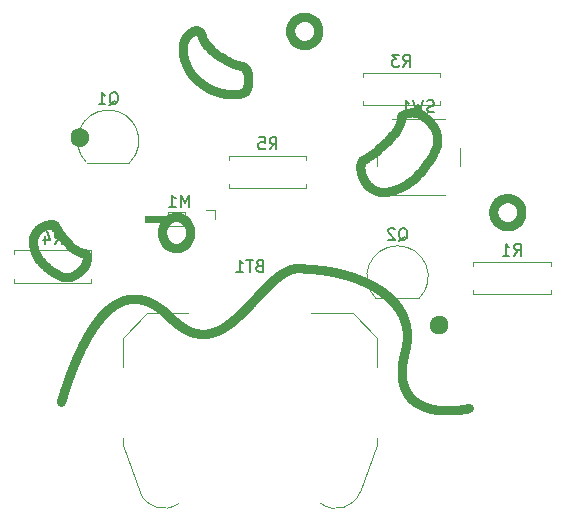
<source format=gbr>
%TF.GenerationSoftware,KiCad,Pcbnew,9.0.2*%
%TF.CreationDate,2025-06-02T01:08:01+08:00*%
%TF.ProjectId,niigo,6e696967-6f2e-46b6-9963-61645f706362,rev?*%
%TF.SameCoordinates,Original*%
%TF.FileFunction,Legend,Bot*%
%TF.FilePolarity,Positive*%
%FSLAX46Y46*%
G04 Gerber Fmt 4.6, Leading zero omitted, Abs format (unit mm)*
G04 Created by KiCad (PCBNEW 9.0.2) date 2025-06-02 01:08:01*
%MOMM*%
%LPD*%
G01*
G04 APERTURE LIST*
%ADD10C,0.793749*%
%ADD11C,0.150000*%
%ADD12C,0.120000*%
G04 APERTURE END LIST*
D10*
X239604164Y-76737474D02*
X239600588Y-76750858D01*
X239597038Y-76764220D01*
X239593518Y-76777549D01*
X239590025Y-76790855D01*
X239586560Y-76804129D01*
X239583123Y-76817381D01*
X239579714Y-76830600D01*
X239576331Y-76843797D01*
X239572978Y-76856962D01*
X239569651Y-76870105D01*
X239566352Y-76883215D01*
X239563080Y-76896303D01*
X239559836Y-76909360D01*
X239556619Y-76922394D01*
X239553430Y-76935396D01*
X239550267Y-76948377D01*
X239547132Y-76961325D01*
X239544023Y-76974252D01*
X239540942Y-76987147D01*
X239537887Y-77000020D01*
X239534860Y-77012862D01*
X239531859Y-77025682D01*
X239528885Y-77038470D01*
X239525938Y-77051237D01*
X239523018Y-77063973D01*
X239520123Y-77076686D01*
X239517256Y-77089369D01*
X239514414Y-77102030D01*
X239511600Y-77114660D01*
X239508811Y-77127269D01*
X239506050Y-77139846D01*
X239503313Y-77152403D01*
X239500604Y-77164928D01*
X239497920Y-77177432D01*
X239495262Y-77189905D01*
X239492630Y-77202357D01*
X239490025Y-77214779D01*
X239487445Y-77227179D01*
X239484891Y-77239549D01*
X239482362Y-77251898D01*
X239479860Y-77264216D01*
X239477382Y-77276513D01*
X239474931Y-77288781D01*
X239472504Y-77301027D01*
X239470104Y-77313243D01*
X239467729Y-77325438D01*
X239465379Y-77337603D01*
X239463054Y-77349747D01*
X239460755Y-77361862D01*
X239458480Y-77373955D01*
X239456231Y-77386019D01*
X239454007Y-77398062D01*
X239451808Y-77410076D01*
X239449633Y-77422068D01*
X239447484Y-77434032D01*
X239445359Y-77445975D01*
X239443259Y-77457888D01*
X239441184Y-77469781D01*
X239439134Y-77481645D01*
X239437107Y-77493488D01*
X239435106Y-77505302D01*
X239433129Y-77517095D01*
X239431176Y-77528860D01*
X239429248Y-77540604D01*
X239427344Y-77552320D01*
X239425464Y-77564015D01*
X239423609Y-77575682D01*
X239421777Y-77587328D01*
X239419970Y-77598946D01*
X239418186Y-77610543D01*
X239416427Y-77622112D01*
X239414692Y-77633661D01*
X239412980Y-77645181D01*
X239411292Y-77656682D01*
X239409628Y-77668154D01*
X239407988Y-77679606D01*
X239406371Y-77691031D01*
X239404778Y-77702435D01*
X239403209Y-77713811D01*
X239401662Y-77725167D01*
X239400140Y-77736496D01*
X239398640Y-77747805D01*
X239397164Y-77759086D01*
X239395711Y-77770347D01*
X239394282Y-77781581D01*
X239392875Y-77792795D01*
X239391492Y-77803981D01*
X239390132Y-77815148D01*
X239388795Y-77826288D01*
X239387480Y-77837408D01*
X239386189Y-77848501D01*
X239384920Y-77859574D01*
X239383674Y-77870620D01*
X239382451Y-77881647D01*
X239381251Y-77892646D01*
X239380073Y-77903627D01*
X239378918Y-77914580D01*
X239377785Y-77925514D01*
X239376675Y-77936422D01*
X239375587Y-77947310D01*
X239374522Y-77958172D01*
X239373479Y-77969014D01*
X239372458Y-77979830D01*
X239371460Y-77990627D01*
X239370484Y-78001397D01*
X239369529Y-78012148D01*
X239368597Y-78022874D01*
X239367687Y-78033579D01*
X239366799Y-78044259D01*
X239365933Y-78054920D01*
X239365088Y-78065555D01*
X239364266Y-78076171D01*
X239363465Y-78086762D01*
X239362686Y-78097333D01*
X239361929Y-78107879D01*
X239361193Y-78118405D01*
X239360479Y-78128907D01*
X239359787Y-78139389D01*
X239359116Y-78149846D01*
X239358466Y-78160284D01*
X239357838Y-78170697D01*
X239357231Y-78181091D01*
X239356646Y-78191461D01*
X239356081Y-78201811D01*
X239355538Y-78212136D01*
X239355016Y-78222443D01*
X239354516Y-78232725D01*
X239354036Y-78242988D01*
X239353577Y-78253227D01*
X239353140Y-78263447D01*
X239352723Y-78273643D01*
X239352327Y-78283819D01*
X239351952Y-78293972D01*
X239351598Y-78304106D01*
X239351264Y-78314216D01*
X239350951Y-78324307D01*
X239350659Y-78334374D01*
X239350388Y-78344423D01*
X239350137Y-78354447D01*
X239349906Y-78364454D01*
X239349696Y-78374436D01*
X239349507Y-78384400D01*
X239349338Y-78394340D01*
X239349189Y-78404262D01*
X239349061Y-78414161D01*
X239348952Y-78424041D01*
X239348864Y-78433898D01*
X239348797Y-78443736D01*
X239348749Y-78453551D01*
X239348721Y-78463348D01*
X239348714Y-78473122D01*
X239348726Y-78482878D01*
X239348759Y-78492611D01*
X239348811Y-78502325D01*
X239348883Y-78512017D01*
X239348975Y-78521690D01*
X239349087Y-78531341D01*
X239349219Y-78540974D01*
X239349370Y-78550584D01*
X239349541Y-78560176D01*
X239349732Y-78569745D01*
X239349942Y-78579297D01*
X239350172Y-78588826D01*
X239350421Y-78598338D01*
X239350690Y-78607827D01*
X239350978Y-78617298D01*
X239351285Y-78626747D01*
X239351612Y-78636178D01*
X239351959Y-78645588D01*
X239352324Y-78654979D01*
X239352709Y-78664349D01*
X239353113Y-78673701D01*
X239353536Y-78683031D01*
X239353978Y-78692344D01*
X239354439Y-78701635D01*
X239354920Y-78710908D01*
X239355419Y-78720160D01*
X239355937Y-78729394D01*
X239356474Y-78738607D01*
X239357030Y-78747802D01*
X239357605Y-78756976D01*
X239358199Y-78766133D01*
X239358812Y-78775268D01*
X239359443Y-78784386D01*
X239360093Y-78793483D01*
X239360762Y-78802563D01*
X239361449Y-78811622D01*
X239362155Y-78820663D01*
X239362879Y-78829684D01*
X239363622Y-78838687D01*
X239364384Y-78847670D01*
X239365164Y-78856635D01*
X239365962Y-78865580D01*
X239366779Y-78874508D01*
X239367614Y-78883415D01*
X239368467Y-78892306D01*
X239369339Y-78901176D01*
X239370229Y-78910028D01*
X239371137Y-78918861D01*
X239372063Y-78927676D01*
X239373008Y-78936472D01*
X239373970Y-78945251D01*
X239374951Y-78954009D01*
X239375950Y-78962751D01*
X239376967Y-78971473D01*
X239378001Y-78980177D01*
X239379054Y-78988863D01*
X239380125Y-78997531D01*
X239381213Y-79006180D01*
X239382320Y-79014812D01*
X239383444Y-79023424D01*
X239384586Y-79032020D01*
X239385745Y-79040596D01*
X239386923Y-79049156D01*
X239388118Y-79057696D01*
X239389331Y-79066220D01*
X239390562Y-79074725D01*
X239391810Y-79083213D01*
X239393075Y-79091682D01*
X239394359Y-79100134D01*
X239395659Y-79108568D01*
X239396978Y-79116984D01*
X239398313Y-79125383D01*
X239399667Y-79133764D01*
X239401037Y-79142127D01*
X239402425Y-79150474D01*
X239403830Y-79158802D01*
X239405253Y-79167113D01*
X239406693Y-79175407D01*
X239408150Y-79183683D01*
X239409625Y-79191942D01*
X239411117Y-79200184D01*
X239412625Y-79208408D01*
X239414151Y-79216616D01*
X239415695Y-79224806D01*
X239417255Y-79232979D01*
X239418832Y-79241134D01*
X239420427Y-79249273D01*
X239422038Y-79257395D01*
X239423667Y-79265500D01*
X239425312Y-79273588D01*
X239426974Y-79281659D01*
X239428654Y-79289713D01*
X239430350Y-79297750D01*
X239432063Y-79305770D01*
X239433793Y-79313774D01*
X239435540Y-79321761D01*
X239437304Y-79329732D01*
X239439084Y-79337685D01*
X239440881Y-79345623D01*
X239442695Y-79353543D01*
X239444526Y-79361447D01*
X239446373Y-79369335D01*
X239448237Y-79377206D01*
X239450118Y-79385060D01*
X239452015Y-79392899D01*
X239453929Y-79400721D01*
X239455859Y-79408526D01*
X239457806Y-79416316D01*
X239459770Y-79424089D01*
X239461750Y-79431846D01*
X239463747Y-79439587D01*
X239465760Y-79447312D01*
X239467790Y-79455020D01*
X239469836Y-79462713D01*
X239471898Y-79470390D01*
X239473977Y-79478050D01*
X239476072Y-79485695D01*
X239478184Y-79493324D01*
X239480312Y-79500937D01*
X239482456Y-79508534D01*
X239484617Y-79516116D01*
X239486794Y-79523681D01*
X239488987Y-79531231D01*
X239491196Y-79538765D01*
X239493422Y-79546284D01*
X239495664Y-79553787D01*
X239497922Y-79561274D01*
X239500196Y-79568746D01*
X239502486Y-79576203D01*
X239504793Y-79583644D01*
X239507116Y-79591069D01*
X239509455Y-79598479D01*
X239511810Y-79605874D01*
X239514181Y-79613253D01*
X239516568Y-79620617D01*
X239518971Y-79627966D01*
X239521390Y-79635300D01*
X239523826Y-79642618D01*
X239526277Y-79649921D01*
X239528744Y-79657210D01*
X239531227Y-79664482D01*
X239533727Y-79671741D01*
X239536242Y-79678983D01*
X239538773Y-79686212D01*
X239541320Y-79693424D01*
X239543883Y-79700623D01*
X239546462Y-79707806D01*
X239549057Y-79714974D01*
X239551668Y-79722128D01*
X239554295Y-79729267D01*
X239556937Y-79736390D01*
X239559595Y-79743500D01*
X239562269Y-79750594D01*
X239564960Y-79757674D01*
X239567665Y-79764739D01*
X239570387Y-79771790D01*
X239573124Y-79778826D01*
X239575878Y-79785848D01*
X239578646Y-79792855D01*
X239581431Y-79799848D01*
X239584232Y-79806825D01*
X239587048Y-79813790D01*
X239589880Y-79820738D01*
X239592728Y-79827674D01*
X239595591Y-79834594D01*
X239598471Y-79841501D01*
X239601365Y-79848393D01*
X239604276Y-79855271D01*
X239607202Y-79862134D01*
X239610144Y-79868985D01*
X239613102Y-79875819D01*
X239616075Y-79882642D01*
X239619064Y-79889448D01*
X239622069Y-79896242D01*
X239625089Y-79903021D01*
X239628125Y-79909787D01*
X239631177Y-79916537D01*
X239634244Y-79923275D01*
X239637327Y-79929998D01*
X239640426Y-79936709D01*
X239643539Y-79943404D01*
X239646669Y-79950086D01*
X239649814Y-79956754D01*
X239652976Y-79963409D01*
X239656152Y-79970049D01*
X239662552Y-79983289D01*
X239669014Y-79996475D01*
X239675539Y-80009607D01*
X239682126Y-80022684D01*
X239688775Y-80035708D01*
X239695487Y-80048678D01*
X239702260Y-80061594D01*
X239709097Y-80074457D01*
X239715995Y-80087268D01*
X239722956Y-80100025D01*
X239729979Y-80112730D01*
X239737064Y-80125382D01*
X239744212Y-80137982D01*
X239751422Y-80150530D01*
X239758695Y-80163026D01*
X239766029Y-80175470D01*
X239773427Y-80187863D01*
X239780886Y-80200205D01*
X239788409Y-80212496D01*
X239795993Y-80224736D01*
X239803641Y-80236924D01*
X239811350Y-80249063D01*
X239819123Y-80261151D01*
X239826958Y-80273189D01*
X239834856Y-80285176D01*
X239842817Y-80297114D01*
X239850841Y-80309002D01*
X239858927Y-80320841D01*
X239867077Y-80332630D01*
X239875290Y-80344370D01*
X239883566Y-80356061D01*
X239891905Y-80367703D01*
X239900307Y-80379296D01*
X239908773Y-80390840D01*
X239917303Y-80402336D01*
X239925896Y-80413783D01*
X239934553Y-80425182D01*
X239943273Y-80436533D01*
X239952057Y-80447836D01*
X239960906Y-80459091D01*
X239969818Y-80470299D01*
X239978795Y-80481458D01*
X239987836Y-80492570D01*
X239996942Y-80503635D01*
X240006112Y-80514653D01*
X240015346Y-80525623D01*
X240024646Y-80536546D01*
X240034011Y-80547422D01*
X240043440Y-80558251D01*
X240052935Y-80569034D01*
X240062495Y-80579770D01*
X240072121Y-80590459D01*
X240081812Y-80601101D01*
X240091569Y-80611698D01*
X240101392Y-80622247D01*
X240111281Y-80632751D01*
X240121237Y-80643208D01*
X240131258Y-80653619D01*
X240141347Y-80663984D01*
X240151502Y-80674303D01*
X240161724Y-80684576D01*
X240172013Y-80694803D01*
X240182369Y-80704984D01*
X240192792Y-80715119D01*
X240203283Y-80725209D01*
X240213842Y-80735253D01*
X240224469Y-80745251D01*
X240235164Y-80755203D01*
X240245927Y-80765110D01*
X240256759Y-80774972D01*
X240267659Y-80784787D01*
X240278629Y-80794557D01*
X240289667Y-80804282D01*
X240300774Y-80813961D01*
X240311951Y-80823595D01*
X240323198Y-80833183D01*
X240334514Y-80842726D01*
X240345901Y-80852223D01*
X240357358Y-80861675D01*
X240368885Y-80871081D01*
X240380483Y-80880441D01*
X240392152Y-80889757D01*
X240403891Y-80899026D01*
X240415703Y-80908251D01*
X240427585Y-80917429D01*
X240439540Y-80926562D01*
X240451566Y-80935650D01*
X240463665Y-80944692D01*
X240475836Y-80953688D01*
X240488079Y-80962638D01*
X240500396Y-80971543D01*
X240512785Y-80980402D01*
X240525248Y-80989215D01*
X240537784Y-80997982D01*
X240550395Y-81006703D01*
X240563079Y-81015378D01*
X240575837Y-81024007D01*
X240588670Y-81032590D01*
X240601577Y-81041127D01*
X240614559Y-81049617D01*
X240627617Y-81058062D01*
X240640750Y-81066459D01*
X240653958Y-81074810D01*
X240667243Y-81083115D01*
X240680603Y-81091373D01*
X240694040Y-81099584D01*
X240707553Y-81107748D01*
X240721143Y-81115865D01*
X240734810Y-81123936D01*
X240748555Y-81131959D01*
X240762377Y-81139934D01*
X240776277Y-81147863D01*
X240790255Y-81155743D01*
X240804311Y-81163576D01*
X240818445Y-81171362D01*
X240832658Y-81179099D01*
X240846950Y-81186789D01*
X240861322Y-81194430D01*
X240875773Y-81202023D01*
X240890303Y-81209568D01*
X240904913Y-81217064D01*
X240919604Y-81224511D01*
X240934375Y-81231909D01*
X240949226Y-81239259D01*
X240964159Y-81246559D01*
X240979172Y-81253810D01*
X240994267Y-81261011D01*
X241009443Y-81268163D01*
X241024702Y-81275265D01*
X241040042Y-81282317D01*
X241055464Y-81289319D01*
X241070969Y-81296271D01*
X241086556Y-81303172D01*
X241102227Y-81310022D01*
X241117980Y-81316821D01*
X241133817Y-81323570D01*
X241149738Y-81330267D01*
X241165742Y-81336912D01*
X241181830Y-81343506D01*
X241198003Y-81350048D01*
X241214259Y-81356538D01*
X241230601Y-81362976D01*
X241247027Y-81369361D01*
X241263539Y-81375694D01*
X241280135Y-81381973D01*
X241296817Y-81388200D01*
X241313585Y-81394373D01*
X241330438Y-81400493D01*
X241347378Y-81406559D01*
X241364403Y-81412570D01*
X241381515Y-81418528D01*
X241398714Y-81424431D01*
X241415999Y-81430279D01*
X241433371Y-81436073D01*
X241450830Y-81441811D01*
X241468376Y-81447493D01*
X241486010Y-81453120D01*
X241503731Y-81458691D01*
X241521540Y-81464206D01*
X241539437Y-81469664D01*
X241557422Y-81475066D01*
X241575494Y-81480411D01*
X241593655Y-81485698D01*
X241611905Y-81490928D01*
X241630243Y-81496100D01*
X241648669Y-81501214D01*
X241667184Y-81506270D01*
X241685788Y-81511267D01*
X241704481Y-81516205D01*
X241723262Y-81521084D01*
X241742133Y-81525904D01*
X241761093Y-81530664D01*
X241780142Y-81535364D01*
X241799281Y-81540003D01*
X241818508Y-81544583D01*
X241837825Y-81549101D01*
X241857232Y-81553558D01*
X241876728Y-81557954D01*
X241896313Y-81562288D01*
X241915988Y-81566560D01*
X241935753Y-81570769D01*
X241955607Y-81574916D01*
X241975550Y-81579000D01*
X241995584Y-81583021D01*
X242015706Y-81586978D01*
X242035918Y-81590872D01*
X242056219Y-81594701D01*
X242076610Y-81598466D01*
X242097090Y-81602166D01*
X242117659Y-81605801D01*
X242138318Y-81609371D01*
X242159065Y-81612875D01*
X242179901Y-81616313D01*
X242200827Y-81619684D01*
X242221840Y-81622989D01*
X242242943Y-81626227D01*
X242264134Y-81629398D01*
X242285413Y-81632501D01*
X242306780Y-81635537D01*
X242328235Y-81638504D01*
X242349777Y-81641402D01*
X242371407Y-81644232D01*
X242393124Y-81646993D01*
X242414929Y-81649684D01*
X242436820Y-81652305D01*
X242458797Y-81654856D01*
X242480860Y-81657337D01*
X242503010Y-81659747D01*
X242525245Y-81662086D01*
X242547565Y-81664354D01*
X242569969Y-81666550D01*
X242592459Y-81668674D01*
X242615032Y-81670726D01*
X242637689Y-81672705D01*
X242660429Y-81674611D01*
X242683252Y-81676444D01*
X242706157Y-81678203D01*
X242729144Y-81679889D01*
X242752212Y-81681501D01*
X242775361Y-81683038D01*
X242798591Y-81684500D01*
X242821900Y-81685888D01*
X242845288Y-81687200D01*
X242868754Y-81688436D01*
X242892299Y-81689597D01*
X242915920Y-81690681D01*
X242939618Y-81691689D01*
X242963392Y-81692621D01*
X242987241Y-81693475D01*
X243011164Y-81694252D01*
X243035161Y-81694952D01*
X243059230Y-81695573D01*
X243083371Y-81696117D01*
X243107583Y-81696583D01*
X243131865Y-81696970D01*
X243156217Y-81697278D01*
X243180637Y-81697507D01*
X243205123Y-81697657D01*
X243229677Y-81697728D01*
X243254295Y-81697719D01*
X243278977Y-81697630D01*
X243303723Y-81697461D01*
X243328530Y-81697211D01*
X243353398Y-81696882D01*
X243378326Y-81696471D01*
X243403311Y-81695980D01*
X243428354Y-81695408D01*
X243453453Y-81694755D01*
X243478605Y-81694020D01*
X243503811Y-81693204D01*
X243529068Y-81692306D01*
X243554375Y-81691327D01*
X243579731Y-81690266D01*
X243605133Y-81689124D01*
X243630581Y-81687899D01*
X243656073Y-81686592D01*
X243681607Y-81685203D01*
X243707181Y-81683732D01*
X243732794Y-81682179D01*
X243758444Y-81680543D01*
X243784129Y-81678826D01*
X243809847Y-81677026D01*
X243835596Y-81675144D01*
X243861374Y-81673180D01*
X243887180Y-81671134D01*
X243913010Y-81669005D01*
X243938864Y-81666795D01*
X243964738Y-81664503D01*
X243990631Y-81662129D01*
X244016541Y-81659673D01*
X244042464Y-81657136D01*
X244068399Y-81654518D01*
X244094343Y-81651818D01*
X244120295Y-81649037D01*
X244146250Y-81646176D01*
X244172207Y-81643235D01*
X244198163Y-81640213D01*
X244224115Y-81637111D01*
X244250061Y-81633929D01*
X244275998Y-81630669D01*
X244301923Y-81627329D01*
X244327833Y-81623911D01*
X244353726Y-81620415D01*
X244379597Y-81616841D01*
X244405445Y-81613190D01*
X244431265Y-81609462D01*
X244457056Y-81605657D01*
X244482813Y-81601777D01*
X244508534Y-81597822D01*
X244534215Y-81593792D01*
X244559853Y-81589689D01*
X244585444Y-81585511D01*
X244610985Y-81581262D01*
X244636472Y-81576940D01*
X244661902Y-81572547D01*
X244687272Y-81568084D01*
X244712577Y-81563551D01*
X244737814Y-81558949D01*
X244762979Y-81554279D01*
X244788069Y-81549542D01*
X244813079Y-81544739D01*
X244838006Y-81539870D01*
X244862846Y-81534937D01*
X244887595Y-81529941D01*
X244912249Y-81524883D01*
X244936805Y-81519764D01*
X244949047Y-81517181D01*
X244961257Y-81514585D01*
X244973446Y-81511972D01*
X244985602Y-81509346D01*
X244997736Y-81506705D01*
X245009836Y-81504050D01*
X245028122Y-81500000D01*
X212071445Y-58164550D02*
X212091599Y-58166083D01*
X212111461Y-58168607D01*
X212131004Y-58172097D01*
X212150205Y-58176529D01*
X212169038Y-58181877D01*
X212187478Y-58188117D01*
X212205501Y-58195223D01*
X212223081Y-58203171D01*
X212240193Y-58211936D01*
X212256813Y-58221492D01*
X212272916Y-58231816D01*
X212288476Y-58242881D01*
X212303469Y-58254663D01*
X212317869Y-58267137D01*
X212331653Y-58280278D01*
X212344794Y-58294062D01*
X212357268Y-58308462D01*
X212369050Y-58323455D01*
X212380115Y-58339015D01*
X212390439Y-58355118D01*
X212399995Y-58371738D01*
X212408760Y-58388850D01*
X212416708Y-58406430D01*
X212423814Y-58424453D01*
X212430054Y-58442893D01*
X212435402Y-58461726D01*
X212439834Y-58480927D01*
X212443324Y-58500470D01*
X212445848Y-58520332D01*
X212447381Y-58540487D01*
X212447897Y-58560909D01*
X212447381Y-58581331D01*
X212445848Y-58601486D01*
X212443324Y-58621347D01*
X212439834Y-58640891D01*
X212435402Y-58660092D01*
X212430054Y-58678925D01*
X212423814Y-58697365D01*
X212416708Y-58715387D01*
X212408760Y-58732967D01*
X212399995Y-58750080D01*
X212390439Y-58766699D01*
X212380115Y-58782802D01*
X212369050Y-58798362D01*
X212357268Y-58813355D01*
X212344794Y-58827755D01*
X212331653Y-58841539D01*
X212317869Y-58854680D01*
X212303469Y-58867154D01*
X212288476Y-58878936D01*
X212272916Y-58890002D01*
X212256813Y-58900325D01*
X212240193Y-58909881D01*
X212223081Y-58918646D01*
X212205501Y-58926594D01*
X212187478Y-58933700D01*
X212169038Y-58939940D01*
X212150205Y-58945288D01*
X212131004Y-58949720D01*
X212111461Y-58953210D01*
X212091599Y-58955734D01*
X212071445Y-58957267D01*
X212051022Y-58957783D01*
X212030600Y-58957265D01*
X212010445Y-58955730D01*
X211990584Y-58953204D01*
X211971040Y-58949713D01*
X211951840Y-58945280D01*
X211933007Y-58939931D01*
X211914566Y-58933690D01*
X211896544Y-58926583D01*
X211878964Y-58918635D01*
X211861851Y-58909870D01*
X211845231Y-58900313D01*
X211829129Y-58889990D01*
X211813569Y-58878925D01*
X211798576Y-58867143D01*
X211784176Y-58854670D01*
X211770392Y-58841529D01*
X211757251Y-58827746D01*
X211744777Y-58813347D01*
X211732995Y-58798354D01*
X211721929Y-58782795D01*
X211711606Y-58766693D01*
X211702050Y-58750074D01*
X211693285Y-58732963D01*
X211685337Y-58715384D01*
X211678230Y-58697362D01*
X211671991Y-58678922D01*
X211666643Y-58660090D01*
X211662211Y-58640890D01*
X211658720Y-58621347D01*
X211656197Y-58601486D01*
X211654664Y-58581331D01*
X211654147Y-58560909D01*
X211654664Y-58540487D01*
X211656197Y-58520332D01*
X211658720Y-58500471D01*
X211662211Y-58480928D01*
X211666643Y-58461728D01*
X211671991Y-58442895D01*
X211678230Y-58424456D01*
X211685337Y-58406434D01*
X211693285Y-58388855D01*
X211702050Y-58371743D01*
X211711606Y-58355124D01*
X211721929Y-58339022D01*
X211732995Y-58323463D01*
X211744777Y-58308471D01*
X211757251Y-58294071D01*
X211770392Y-58280288D01*
X211784176Y-58267148D01*
X211798576Y-58254674D01*
X211813569Y-58242892D01*
X211829129Y-58231827D01*
X211845231Y-58221504D01*
X211861851Y-58211948D01*
X211878964Y-58203183D01*
X211896544Y-58195234D01*
X211914566Y-58188127D01*
X211933007Y-58181887D01*
X211951840Y-58176538D01*
X211971040Y-58172105D01*
X211990584Y-58168613D01*
X212010445Y-58166087D01*
X212030600Y-58164552D01*
X212051022Y-58164034D01*
X212071445Y-58164550D01*
X219760416Y-73827084D02*
X219769466Y-73836120D01*
X219778510Y-73845122D01*
X219787541Y-73854082D01*
X219796567Y-73863009D01*
X219805579Y-73871895D01*
X219814586Y-73880747D01*
X219823580Y-73889558D01*
X219832568Y-73898336D01*
X219841543Y-73907073D01*
X219850513Y-73915777D01*
X219859469Y-73924440D01*
X219868420Y-73933071D01*
X219877358Y-73941660D01*
X219886291Y-73950218D01*
X219895210Y-73958734D01*
X219904125Y-73967218D01*
X219913026Y-73975662D01*
X219921922Y-73984074D01*
X219930805Y-73992446D01*
X219939683Y-74000786D01*
X219948548Y-74009085D01*
X219957408Y-74017353D01*
X219966255Y-74025581D01*
X219975097Y-74033778D01*
X219983926Y-74041935D01*
X219992750Y-74050060D01*
X220001561Y-74058147D01*
X220010368Y-74066201D01*
X220019161Y-74074217D01*
X220027950Y-74082202D01*
X220036726Y-74090147D01*
X220045497Y-74098062D01*
X220054255Y-74105938D01*
X220063009Y-74113782D01*
X220071749Y-74121589D01*
X220080485Y-74129364D01*
X220089209Y-74137102D01*
X220097928Y-74144809D01*
X220106634Y-74152477D01*
X220115335Y-74160115D01*
X220124024Y-74167716D01*
X220132709Y-74175286D01*
X220141380Y-74182818D01*
X220150048Y-74190320D01*
X220158702Y-74197785D01*
X220167353Y-74205219D01*
X220175991Y-74212617D01*
X220184624Y-74219984D01*
X220193245Y-74227314D01*
X220201862Y-74234615D01*
X220210466Y-74241879D01*
X220219066Y-74249113D01*
X220227654Y-74256310D01*
X220236237Y-74263478D01*
X220244808Y-74270609D01*
X220253375Y-74277711D01*
X220261930Y-74284777D01*
X220270480Y-74291814D01*
X220279019Y-74298814D01*
X220287553Y-74305786D01*
X220296075Y-74312721D01*
X220304593Y-74319628D01*
X220313099Y-74326499D01*
X220321601Y-74333341D01*
X220330091Y-74340148D01*
X220338576Y-74346925D01*
X220347050Y-74353668D01*
X220355520Y-74360382D01*
X220363978Y-74367061D01*
X220372432Y-74373711D01*
X220380874Y-74380327D01*
X220389312Y-74386914D01*
X220397739Y-74393467D01*
X220406161Y-74399991D01*
X220414572Y-74406481D01*
X220422979Y-74412943D01*
X220431375Y-74419371D01*
X220439766Y-74425770D01*
X220448147Y-74432135D01*
X220456523Y-74438473D01*
X220464887Y-74444777D01*
X220473248Y-74451052D01*
X220481598Y-74457295D01*
X220489944Y-74463509D01*
X220498278Y-74469691D01*
X220506609Y-74475844D01*
X220514928Y-74481964D01*
X220523244Y-74488057D01*
X220531549Y-74494117D01*
X220539849Y-74500149D01*
X220548139Y-74506149D01*
X220556425Y-74512121D01*
X220564700Y-74518061D01*
X220572971Y-74523973D01*
X220581232Y-74529853D01*
X220589489Y-74535706D01*
X220597735Y-74541527D01*
X220605977Y-74547320D01*
X220614209Y-74553082D01*
X220622436Y-74558816D01*
X220630654Y-74564519D01*
X220638867Y-74570195D01*
X220647071Y-74575840D01*
X220655270Y-74581457D01*
X220663459Y-74587044D01*
X220671644Y-74592603D01*
X220679820Y-74598132D01*
X220687991Y-74603633D01*
X220696152Y-74609104D01*
X220704309Y-74614549D01*
X220712457Y-74619962D01*
X220720601Y-74625349D01*
X220728734Y-74630706D01*
X220736864Y-74636036D01*
X220744985Y-74641336D01*
X220753101Y-74646609D01*
X220761208Y-74651852D01*
X220769311Y-74657069D01*
X220777404Y-74662257D01*
X220785494Y-74667417D01*
X220793574Y-74672549D01*
X220801650Y-74677654D01*
X220809717Y-74682729D01*
X220817780Y-74687779D01*
X220825834Y-74692799D01*
X220833885Y-74697793D01*
X220841926Y-74702758D01*
X220849963Y-74707697D01*
X220857991Y-74712608D01*
X220866015Y-74717492D01*
X220874031Y-74722348D01*
X220882042Y-74727178D01*
X220890045Y-74731979D01*
X220898044Y-74736754D01*
X220906035Y-74741502D01*
X220914021Y-74746223D01*
X220921999Y-74750917D01*
X220929973Y-74755585D01*
X220937939Y-74760224D01*
X220945901Y-74764839D01*
X220953854Y-74769425D01*
X220961804Y-74773986D01*
X220969745Y-74778520D01*
X220977683Y-74783028D01*
X220985613Y-74787509D01*
X220993538Y-74791964D01*
X221001456Y-74796392D01*
X221009370Y-74800795D01*
X221017275Y-74805171D01*
X221025177Y-74809522D01*
X221033072Y-74813845D01*
X221040962Y-74818144D01*
X221048845Y-74822416D01*
X221056724Y-74826663D01*
X221064595Y-74830883D01*
X221072462Y-74835079D01*
X221080322Y-74839247D01*
X221088179Y-74843392D01*
X221096027Y-74847509D01*
X221103873Y-74851602D01*
X221111710Y-74855669D01*
X221119544Y-74859711D01*
X221127371Y-74863727D01*
X221135194Y-74867719D01*
X221143010Y-74871685D01*
X221150822Y-74875626D01*
X221158627Y-74879541D01*
X221166429Y-74883433D01*
X221174223Y-74887298D01*
X221182014Y-74891139D01*
X221189798Y-74894955D01*
X221197579Y-74898746D01*
X221205353Y-74902512D01*
X221213123Y-74906254D01*
X221220886Y-74909971D01*
X221228646Y-74913664D01*
X221236399Y-74917331D01*
X221244149Y-74920975D01*
X221251892Y-74924594D01*
X221259632Y-74928188D01*
X221267365Y-74931758D01*
X221275095Y-74935305D01*
X221282818Y-74938826D01*
X221290538Y-74942324D01*
X221298252Y-74945797D01*
X221305962Y-74949246D01*
X221313667Y-74952671D01*
X221321367Y-74956073D01*
X221329062Y-74959450D01*
X221336754Y-74962803D01*
X221344439Y-74966133D01*
X221352121Y-74969439D01*
X221359798Y-74972721D01*
X221367470Y-74975979D01*
X221375138Y-74979214D01*
X221382801Y-74982425D01*
X221390460Y-74985612D01*
X221398115Y-74988777D01*
X221405764Y-74991917D01*
X221413410Y-74995034D01*
X221421051Y-74998128D01*
X221428688Y-75001199D01*
X221436320Y-75004246D01*
X221443949Y-75007270D01*
X221451573Y-75010271D01*
X221459193Y-75013249D01*
X221466809Y-75016203D01*
X221474421Y-75019135D01*
X221482028Y-75022043D01*
X221489632Y-75024929D01*
X221497231Y-75027792D01*
X221504826Y-75030632D01*
X221512418Y-75033449D01*
X221520005Y-75036243D01*
X221527589Y-75039014D01*
X221535168Y-75041763D01*
X221542744Y-75044489D01*
X221550316Y-75047193D01*
X221557884Y-75049874D01*
X221565449Y-75052532D01*
X221573010Y-75055168D01*
X221580567Y-75057782D01*
X221588120Y-75060373D01*
X221595670Y-75062942D01*
X221603216Y-75065488D01*
X221610759Y-75068012D01*
X221618298Y-75070514D01*
X221625833Y-75072993D01*
X221633365Y-75075451D01*
X221640894Y-75077886D01*
X221648419Y-75080299D01*
X221655941Y-75082690D01*
X221663460Y-75085059D01*
X221670975Y-75087406D01*
X221678487Y-75089731D01*
X221685995Y-75092034D01*
X221693501Y-75094316D01*
X221701003Y-75096575D01*
X221708503Y-75098813D01*
X221715999Y-75101028D01*
X221723492Y-75103222D01*
X221730982Y-75105395D01*
X221738469Y-75107545D01*
X221745952Y-75109674D01*
X221753434Y-75111782D01*
X221760912Y-75113868D01*
X221768387Y-75115932D01*
X221775859Y-75117975D01*
X221783329Y-75119996D01*
X221790796Y-75121996D01*
X221798260Y-75123974D01*
X221805721Y-75125931D01*
X221813180Y-75127867D01*
X221820636Y-75129781D01*
X221828090Y-75131674D01*
X221835540Y-75133545D01*
X221842989Y-75135396D01*
X221850434Y-75137225D01*
X221857878Y-75139033D01*
X221865319Y-75140820D01*
X221872758Y-75142586D01*
X221880193Y-75144330D01*
X221887628Y-75146054D01*
X221895059Y-75147757D01*
X221902489Y-75149438D01*
X221909915Y-75151099D01*
X221917340Y-75152738D01*
X221924763Y-75154357D01*
X221932184Y-75155955D01*
X221939602Y-75157531D01*
X221947019Y-75159087D01*
X221954432Y-75160622D01*
X221961845Y-75162137D01*
X221969255Y-75163630D01*
X221976664Y-75165103D01*
X221984070Y-75166554D01*
X221991476Y-75167986D01*
X221998878Y-75169396D01*
X222006280Y-75170786D01*
X222013679Y-75172155D01*
X222021077Y-75173504D01*
X222028472Y-75174832D01*
X222043260Y-75177426D01*
X222058041Y-75179937D01*
X222072816Y-75182367D01*
X222087585Y-75184715D01*
X222102349Y-75186981D01*
X222117108Y-75189165D01*
X222131862Y-75191268D01*
X222146611Y-75193290D01*
X222161356Y-75195230D01*
X222176098Y-75197089D01*
X222190835Y-75198868D01*
X222205569Y-75200565D01*
X222220300Y-75202181D01*
X222235029Y-75203717D01*
X222249755Y-75205172D01*
X222264478Y-75206547D01*
X222279200Y-75207841D01*
X222293920Y-75209055D01*
X222308639Y-75210189D01*
X222323357Y-75211242D01*
X222338074Y-75212215D01*
X222352791Y-75213108D01*
X222367508Y-75213921D01*
X222382224Y-75214654D01*
X222396942Y-75215307D01*
X222411660Y-75215880D01*
X222426379Y-75216373D01*
X222441100Y-75216786D01*
X222455823Y-75217120D01*
X222470547Y-75217373D01*
X222485274Y-75217546D01*
X222500004Y-75217640D01*
X222514736Y-75217654D01*
X222529472Y-75217587D01*
X222544212Y-75217441D01*
X222558955Y-75217215D01*
X222573703Y-75216909D01*
X222588455Y-75216523D01*
X222603212Y-75216057D01*
X222617974Y-75215510D01*
X222632742Y-75214884D01*
X222647515Y-75214177D01*
X222662295Y-75213390D01*
X222677081Y-75212522D01*
X222691874Y-75211574D01*
X222706674Y-75210546D01*
X222721482Y-75209437D01*
X222736297Y-75208247D01*
X222751120Y-75206976D01*
X222765952Y-75205624D01*
X222780793Y-75204192D01*
X222795642Y-75202678D01*
X222810501Y-75201083D01*
X222825370Y-75199406D01*
X222840249Y-75197648D01*
X222855138Y-75195808D01*
X222870038Y-75193886D01*
X222884949Y-75191882D01*
X222899871Y-75189796D01*
X222914805Y-75187628D01*
X222929752Y-75185377D01*
X222944710Y-75183044D01*
X222959682Y-75180627D01*
X222974666Y-75178128D01*
X222989664Y-75175545D01*
X223004676Y-75172879D01*
X223019702Y-75170129D01*
X223034742Y-75167295D01*
X223049798Y-75164377D01*
X223064868Y-75161375D01*
X223079954Y-75158288D01*
X223095056Y-75155116D01*
X223110175Y-75151859D01*
X223125310Y-75148517D01*
X223140462Y-75145089D01*
X223155631Y-75141575D01*
X223170818Y-75137976D01*
X223186023Y-75134289D01*
X223201247Y-75130516D01*
X223216489Y-75126656D01*
X223231750Y-75122709D01*
X223247031Y-75118674D01*
X223262332Y-75114551D01*
X223277654Y-75110340D01*
X223292996Y-75106040D01*
X223308359Y-75101651D01*
X223323744Y-75097173D01*
X223339150Y-75092606D01*
X223354579Y-75087948D01*
X223370030Y-75083201D01*
X223385504Y-75078362D01*
X223401002Y-75073433D01*
X223416523Y-75068412D01*
X223432069Y-75063299D01*
X223447639Y-75058094D01*
X223463235Y-75052796D01*
X223478855Y-75047405D01*
X223494502Y-75041921D01*
X223510175Y-75036343D01*
X223525874Y-75030670D01*
X223541601Y-75024903D01*
X223557355Y-75019040D01*
X223573137Y-75013082D01*
X223588948Y-75007028D01*
X223604787Y-75000877D01*
X223620656Y-74994629D01*
X223636554Y-74988283D01*
X223652482Y-74981839D01*
X223668441Y-74975297D01*
X223684431Y-74968656D01*
X223700453Y-74961915D01*
X223716507Y-74955073D01*
X223732593Y-74948131D01*
X223748712Y-74941088D01*
X223764864Y-74933943D01*
X223781050Y-74926695D01*
X223797271Y-74919345D01*
X223813527Y-74911891D01*
X223829817Y-74904333D01*
X223846144Y-74896670D01*
X223862508Y-74888902D01*
X223878908Y-74881027D01*
X223895345Y-74873047D01*
X223911821Y-74864958D01*
X223928335Y-74856762D01*
X223944888Y-74848457D01*
X223961481Y-74840043D01*
X223978114Y-74831519D01*
X223994788Y-74822885D01*
X224011503Y-74814139D01*
X224028260Y-74805280D01*
X224045059Y-74796309D01*
X224061902Y-74787225D01*
X224078788Y-74778026D01*
X224095719Y-74768711D01*
X224112694Y-74759281D01*
X224129715Y-74749734D01*
X224146783Y-74740070D01*
X224163897Y-74730287D01*
X224181059Y-74720385D01*
X224198269Y-74710363D01*
X224215528Y-74700219D01*
X224232837Y-74689954D01*
X224250196Y-74679567D01*
X224267607Y-74669055D01*
X224285069Y-74658419D01*
X224302584Y-74647657D01*
X224320152Y-74636769D01*
X224337774Y-74625753D01*
X224355452Y-74614608D01*
X224373185Y-74603334D01*
X224390975Y-74591929D01*
X224408822Y-74580392D01*
X224426728Y-74568723D01*
X224444692Y-74556919D01*
X224462718Y-74544981D01*
X224480804Y-74532906D01*
X224498952Y-74520693D01*
X224517163Y-74508342D01*
X224535439Y-74495851D01*
X224553779Y-74483219D01*
X224572186Y-74470444D01*
X224590659Y-74457525D01*
X224609201Y-74444462D01*
X224627812Y-74431251D01*
X224646494Y-74417893D01*
X224665248Y-74404385D01*
X224684074Y-74390726D01*
X224702975Y-74376915D01*
X224721951Y-74362949D01*
X224741003Y-74348828D01*
X224760134Y-74334550D01*
X224779344Y-74320113D01*
X224798636Y-74305515D01*
X224818009Y-74290754D01*
X224837467Y-74275830D01*
X224857010Y-74260739D01*
X224876640Y-74245480D01*
X224896359Y-74230051D01*
X224916168Y-74214449D01*
X224936069Y-74198674D01*
X224956065Y-74182722D01*
X224976156Y-74166591D01*
X224996345Y-74150280D01*
X225016634Y-74133785D01*
X225037025Y-74117104D01*
X225057521Y-74100235D01*
X225078122Y-74083175D01*
X225098833Y-74065922D01*
X225119654Y-74048472D01*
X225140589Y-74030822D01*
X225161641Y-74012971D01*
X225182811Y-73994913D01*
X225204103Y-73976647D01*
X225225520Y-73958169D01*
X225247065Y-73939475D01*
X225268741Y-73920562D01*
X225290551Y-73901425D01*
X225312499Y-73882062D01*
X225334589Y-73862467D01*
X225356824Y-73842637D01*
X225379208Y-73822567D01*
X225401746Y-73802252D01*
X225424442Y-73781687D01*
X225447301Y-73760867D01*
X225470327Y-73739787D01*
X225493526Y-73718440D01*
X225516903Y-73696821D01*
X225540464Y-73674924D01*
X225564215Y-73652741D01*
X225588163Y-73630265D01*
X225612314Y-73607490D01*
X225636675Y-73584406D01*
X225661255Y-73561006D01*
X225686062Y-73537279D01*
X225711104Y-73513218D01*
X225736391Y-73488811D01*
X225761933Y-73464047D01*
X225787741Y-73438914D01*
X225813827Y-73413399D01*
X225840203Y-73387490D01*
X225866884Y-73361170D01*
X225893883Y-73334423D01*
X225921218Y-73307233D01*
X225948906Y-73279579D01*
X225976967Y-73251440D01*
X226005421Y-73222794D01*
X226034293Y-73193615D01*
X226063610Y-73163874D01*
X226093400Y-73133540D01*
X226123696Y-73102577D01*
X226154536Y-73070945D01*
X226185962Y-73038598D01*
X226218021Y-73005486D01*
X226250771Y-72971547D01*
X226284275Y-72936712D01*
X226318611Y-72900899D01*
X226353868Y-72864011D01*
X226390156Y-72825929D01*
X226427611Y-72786511D01*
X226466399Y-72745574D01*
X226506737Y-72702888D01*
X226548907Y-72658149D01*
X226593299Y-72610939D01*
X226640469Y-72560663D01*
X226691267Y-72506407D01*
X226747126Y-72446635D01*
X226810838Y-72378351D01*
X226889603Y-72293834D01*
X226930029Y-72250435D01*
X226997374Y-72178142D01*
X227064628Y-72105996D01*
X227098222Y-72069992D01*
X227131796Y-72034040D01*
X227165349Y-71998147D01*
X227198882Y-71962318D01*
X227232396Y-71926559D01*
X227265892Y-71890874D01*
X227299371Y-71855269D01*
X227332832Y-71819749D01*
X227366277Y-71784320D01*
X227399706Y-71748988D01*
X227433120Y-71713758D01*
X227466519Y-71678635D01*
X227499905Y-71643624D01*
X227533277Y-71608731D01*
X227566637Y-71573962D01*
X227583312Y-71556626D01*
X227599984Y-71539322D01*
X227616654Y-71522052D01*
X227633321Y-71504816D01*
X227649985Y-71487615D01*
X227666647Y-71470449D01*
X227683306Y-71453320D01*
X227699963Y-71436228D01*
X227716617Y-71419174D01*
X227733269Y-71402157D01*
X227749919Y-71385180D01*
X227766567Y-71368243D01*
X227783212Y-71351345D01*
X227799856Y-71334489D01*
X227816498Y-71317675D01*
X227833138Y-71300903D01*
X227849777Y-71284174D01*
X227866414Y-71267488D01*
X227883049Y-71250847D01*
X227899683Y-71234252D01*
X227916316Y-71217701D01*
X227932947Y-71201198D01*
X227949577Y-71184741D01*
X227966206Y-71168333D01*
X227982833Y-71151972D01*
X227999460Y-71135661D01*
X228016086Y-71119400D01*
X228032711Y-71103189D01*
X228049335Y-71087029D01*
X228065959Y-71070922D01*
X228082582Y-71054867D01*
X228099205Y-71038865D01*
X228115827Y-71022916D01*
X228132449Y-71007023D01*
X228149070Y-70991185D01*
X228165692Y-70975402D01*
X228182313Y-70959676D01*
X228198935Y-70944008D01*
X228215556Y-70928397D01*
X228232177Y-70912845D01*
X228248799Y-70897353D01*
X228265421Y-70881920D01*
X228282044Y-70866548D01*
X228298667Y-70851237D01*
X228315290Y-70835989D01*
X228331914Y-70820803D01*
X228348539Y-70805680D01*
X228365164Y-70790622D01*
X228381791Y-70775628D01*
X228398418Y-70760700D01*
X228415047Y-70745837D01*
X228431676Y-70731042D01*
X228448307Y-70716314D01*
X228464939Y-70701654D01*
X228481572Y-70687062D01*
X228498207Y-70672541D01*
X228514843Y-70658089D01*
X228531481Y-70643708D01*
X228548120Y-70629399D01*
X228564762Y-70615162D01*
X228581405Y-70600998D01*
X228598050Y-70586907D01*
X228614697Y-70572890D01*
X228631346Y-70558949D01*
X228647997Y-70545083D01*
X228664650Y-70531293D01*
X228681306Y-70517580D01*
X228697964Y-70503944D01*
X228714625Y-70490387D01*
X228731288Y-70476909D01*
X228747954Y-70463511D01*
X228764622Y-70450193D01*
X228781293Y-70436955D01*
X228797967Y-70423800D01*
X228814645Y-70410727D01*
X228831325Y-70397737D01*
X228848008Y-70384830D01*
X228864694Y-70372008D01*
X228881384Y-70359271D01*
X228898077Y-70346619D01*
X228914774Y-70334054D01*
X228931474Y-70321577D01*
X228948177Y-70309186D01*
X228964885Y-70296885D01*
X228981596Y-70284672D01*
X228998311Y-70272549D01*
X229015029Y-70260517D01*
X229031752Y-70248576D01*
X229048479Y-70236726D01*
X229065210Y-70224969D01*
X229081945Y-70213306D01*
X229090314Y-70207509D01*
X229098685Y-70201736D01*
X229107056Y-70195986D01*
X229115429Y-70190260D01*
X229123802Y-70184558D01*
X229132177Y-70178880D01*
X229140553Y-70173226D01*
X229148930Y-70167596D01*
X229157308Y-70161990D01*
X229165688Y-70156408D01*
X229174068Y-70150851D01*
X229182450Y-70145318D01*
X229190833Y-70139809D01*
X229199217Y-70134325D01*
X229207603Y-70128866D01*
X229215989Y-70123431D01*
X229224377Y-70118021D01*
X229232766Y-70112637D01*
X229241157Y-70107277D01*
X229249548Y-70101942D01*
X229257941Y-70096632D01*
X229266335Y-70091348D01*
X229274731Y-70086089D01*
X229283128Y-70080855D01*
X229291526Y-70075647D01*
X229299925Y-70070464D01*
X229308326Y-70065307D01*
X229316728Y-70060176D01*
X229325132Y-70055070D01*
X229333537Y-70049991D01*
X229341943Y-70044937D01*
X229350351Y-70039910D01*
X229358760Y-70034909D01*
X229367170Y-70029934D01*
X229375582Y-70024985D01*
X229383996Y-70020063D01*
X229392410Y-70015167D01*
X229400826Y-70010298D01*
X229409244Y-70005456D01*
X229417663Y-70000640D01*
X229426084Y-69995851D01*
X229434506Y-69991090D01*
X229442930Y-69986355D01*
X229451355Y-69981647D01*
X229459781Y-69976966D01*
X229468210Y-69972313D01*
X229476639Y-69967687D01*
X229485071Y-69963089D01*
X229493503Y-69958518D01*
X229501938Y-69953974D01*
X229510374Y-69949459D01*
X229518811Y-69944971D01*
X229527250Y-69940511D01*
X229535691Y-69936079D01*
X229544134Y-69931675D01*
X229552578Y-69927299D01*
X229561023Y-69922951D01*
X229569471Y-69918632D01*
X229577920Y-69914341D01*
X229586370Y-69910078D01*
X229594823Y-69905844D01*
X229603277Y-69901639D01*
X229611732Y-69897462D01*
X229620190Y-69893314D01*
X229628649Y-69889195D01*
X229637110Y-69885105D01*
X229645572Y-69881044D01*
X229654037Y-69877012D01*
X229662503Y-69873009D01*
X229670971Y-69869036D01*
X229679441Y-69865092D01*
X229687912Y-69861178D01*
X229696385Y-69857293D01*
X229704860Y-69853437D01*
X229713337Y-69849612D01*
X229721816Y-69845816D01*
X229730297Y-69842050D01*
X229738779Y-69838314D01*
X229747263Y-69834608D01*
X229755750Y-69830933D01*
X229764238Y-69827287D01*
X229772728Y-69823672D01*
X229781219Y-69820088D01*
X229789713Y-69816533D01*
X229798209Y-69813010D01*
X229806707Y-69809517D01*
X229815206Y-69806054D01*
X229823708Y-69802623D01*
X229832211Y-69799223D01*
X229840716Y-69795853D01*
X229849224Y-69792515D01*
X229857733Y-69789207D01*
X229866245Y-69785931D01*
X229874758Y-69782687D01*
X229883274Y-69779474D01*
X229891791Y-69776292D01*
X229900311Y-69773142D01*
X229908832Y-69770023D01*
X229917356Y-69766936D01*
X229925881Y-69763882D01*
X229934409Y-69760859D01*
X229942939Y-69757868D01*
X229951471Y-69754909D01*
X229960005Y-69751982D01*
X229968541Y-69749088D01*
X229977080Y-69746226D01*
X229985620Y-69743396D01*
X229994163Y-69740599D01*
X230002708Y-69737835D01*
X230011255Y-69735103D01*
X230019804Y-69732404D01*
X230028355Y-69729738D01*
X230036909Y-69727105D01*
X230045464Y-69724504D01*
X230054022Y-69721937D01*
X230062583Y-69719404D01*
X230071145Y-69716903D01*
X230079710Y-69714436D01*
X230088277Y-69712002D01*
X230096846Y-69709602D01*
X230105418Y-69707235D01*
X230113991Y-69704902D01*
X230122568Y-69702603D01*
X230131146Y-69700338D01*
X230139727Y-69698107D01*
X230148310Y-69695910D01*
X230156895Y-69693747D01*
X230165483Y-69691618D01*
X230174073Y-69689523D01*
X230182666Y-69687463D01*
X230191261Y-69685437D01*
X230199858Y-69683446D01*
X230208458Y-69681489D01*
X230217060Y-69679568D01*
X230225664Y-69677681D01*
X230234271Y-69675829D01*
X230242881Y-69674011D01*
X230251492Y-69672229D01*
X230260107Y-69670482D01*
X230268724Y-69668771D01*
X230277343Y-69667094D01*
X230285965Y-69665453D01*
X230294589Y-69663848D01*
X230303216Y-69662278D01*
X230311845Y-69660744D01*
X230320477Y-69659245D01*
X230329111Y-69657783D01*
X230337748Y-69656356D01*
X230346388Y-69654965D01*
X230355030Y-69653610D01*
X230363674Y-69652292D01*
X230372322Y-69651009D01*
X230380972Y-69649763D01*
X230389624Y-69648554D01*
X230398279Y-69647381D01*
X230406937Y-69646244D01*
X230415597Y-69645144D01*
X230424260Y-69644081D01*
X230432926Y-69643055D01*
X230441594Y-69642066D01*
X230450265Y-69641113D01*
X230458939Y-69640198D01*
X230467616Y-69639320D01*
X230476295Y-69638479D01*
X230484977Y-69637676D01*
X230493661Y-69636910D01*
X230502349Y-69636182D01*
X230511039Y-69635491D01*
X230519732Y-69634838D01*
X230528427Y-69634222D01*
X230537126Y-69633645D01*
X230545827Y-69633105D01*
X230554531Y-69632603D01*
X230563238Y-69632140D01*
X230571947Y-69631715D01*
X230580660Y-69631328D01*
X230589375Y-69630979D01*
X230598094Y-69630669D01*
X230606815Y-69630397D01*
X230615539Y-69630164D01*
X230624265Y-69629970D01*
X230632995Y-69629814D01*
X230641728Y-69629697D01*
X230650463Y-69629620D01*
X230659202Y-69629581D01*
X230667943Y-69629581D01*
X230676687Y-69629621D01*
X230685435Y-69629700D01*
X230694185Y-69629818D01*
X230702938Y-69629976D01*
X230711694Y-69630173D01*
X230720454Y-69630410D01*
X230729216Y-69630687D01*
X230737981Y-69631004D01*
X230746749Y-69631360D01*
X230755521Y-69631756D01*
X230764295Y-69632193D01*
X230773072Y-69632669D01*
X230781853Y-69633186D01*
X230790636Y-69633743D01*
X230799423Y-69634340D01*
X230808213Y-69634978D01*
X230817006Y-69635657D01*
X230825801Y-69636376D01*
X230834601Y-69637136D01*
X230843403Y-69637937D01*
X230852208Y-69638778D01*
X230861017Y-69639661D01*
X230869828Y-69640585D01*
X230878643Y-69641549D01*
X230887461Y-69642555D01*
X230896282Y-69643603D01*
X230905107Y-69644692D01*
X230913934Y-69645822D01*
X230922765Y-69646994D01*
X230931599Y-69648207D01*
X230940437Y-69649463D01*
X230949277Y-69650760D01*
X230958121Y-69652099D01*
X230966968Y-69653480D01*
X230975819Y-69654903D01*
X230984672Y-69656368D01*
X230993529Y-69657876D01*
X231002390Y-69659426D01*
X231011253Y-69661018D01*
X231020120Y-69662653D01*
X231028991Y-69664330D01*
X231037864Y-69666051D01*
X231046741Y-69667813D01*
X231055622Y-69669619D01*
X231064506Y-69671468D01*
X231073393Y-69673360D01*
X231082283Y-69675294D01*
X231091178Y-69677272D01*
X231100075Y-69679294D01*
X231108976Y-69681358D01*
X231117880Y-69683466D01*
X231126788Y-69685618D01*
X231135699Y-69687813D01*
X231144614Y-69690052D01*
X231153532Y-69692335D01*
X231162454Y-69694661D01*
X231171379Y-69697032D01*
X231180308Y-69699446D01*
X231189240Y-69701905D01*
X231198176Y-69704408D01*
X231207115Y-69706955D01*
X231216058Y-69709546D01*
X231225005Y-69712182D01*
X231233955Y-69714863D01*
X231242908Y-69717588D01*
X231251866Y-69720358D01*
X231260827Y-69723172D01*
X231269791Y-69726032D01*
X240310164Y-56471935D02*
X240398007Y-56478082D01*
X240484589Y-56488118D01*
X240569493Y-56501918D01*
X240652300Y-56519361D01*
X240732593Y-56540322D01*
X240809953Y-56564679D01*
X240883963Y-56592308D01*
X240954203Y-56623088D01*
X241020255Y-56656893D01*
X241081702Y-56693602D01*
X241138126Y-56733090D01*
X241189107Y-56775236D01*
X241199689Y-56784788D01*
X241210801Y-56793307D01*
X241274378Y-56844021D01*
X241339440Y-56898176D01*
X241405608Y-56955699D01*
X241472500Y-57016519D01*
X241539736Y-57080563D01*
X241606936Y-57147759D01*
X241673719Y-57218035D01*
X241739705Y-57291319D01*
X241804512Y-57367539D01*
X241867760Y-57446622D01*
X241929069Y-57528496D01*
X241988058Y-57613090D01*
X242044346Y-57700330D01*
X242097553Y-57790145D01*
X242147298Y-57882463D01*
X242193200Y-57977212D01*
X242231035Y-58064964D01*
X242265243Y-58154856D01*
X242295497Y-58246885D01*
X242321469Y-58341049D01*
X242342833Y-58437347D01*
X242359260Y-58535775D01*
X242370423Y-58636332D01*
X242375994Y-58739016D01*
X242375646Y-58843825D01*
X242369052Y-58950757D01*
X242355884Y-59059809D01*
X242335814Y-59170980D01*
X242308516Y-59284268D01*
X242273661Y-59399670D01*
X242230922Y-59517185D01*
X242179971Y-59636810D01*
X242116208Y-59766773D01*
X241973065Y-60030885D01*
X241823114Y-60289861D01*
X241666179Y-60542975D01*
X241502080Y-60789499D01*
X241330642Y-61028707D01*
X241151685Y-61259871D01*
X240965031Y-61482264D01*
X240770503Y-61695160D01*
X240567923Y-61897830D01*
X240357113Y-62089549D01*
X240137895Y-62269589D01*
X239910091Y-62437223D01*
X239673523Y-62591724D01*
X239428013Y-62732365D01*
X239173384Y-62858418D01*
X238909457Y-62969158D01*
X238769492Y-63020064D01*
X238648420Y-63059796D01*
X238530925Y-63094222D01*
X238416945Y-63123509D01*
X238306418Y-63147823D01*
X238199282Y-63167333D01*
X238095473Y-63182204D01*
X237994930Y-63192604D01*
X237897591Y-63198700D01*
X237803393Y-63200659D01*
X237712273Y-63198648D01*
X237624169Y-63192834D01*
X237539019Y-63183384D01*
X237456760Y-63170464D01*
X237377330Y-63154243D01*
X237300666Y-63134886D01*
X237226707Y-63112562D01*
X237159061Y-63088818D01*
X237092833Y-63062332D01*
X237028002Y-63033147D01*
X236964546Y-63001308D01*
X236902446Y-62966856D01*
X236841679Y-62929835D01*
X236782226Y-62890289D01*
X236724065Y-62848260D01*
X236667175Y-62803792D01*
X236611535Y-62756928D01*
X236557125Y-62707711D01*
X236503924Y-62656184D01*
X236451909Y-62602391D01*
X236401062Y-62546375D01*
X236351360Y-62488179D01*
X236302783Y-62427847D01*
X236252248Y-62361198D01*
X236219353Y-62313956D01*
X236186241Y-62261240D01*
X236153188Y-62203470D01*
X236120472Y-62141064D01*
X236088372Y-62074441D01*
X236057166Y-62004022D01*
X236027131Y-61930225D01*
X235998545Y-61853470D01*
X235971686Y-61774175D01*
X235946832Y-61692760D01*
X235924260Y-61609644D01*
X235904250Y-61525246D01*
X235887078Y-61439985D01*
X235873023Y-61354281D01*
X235862362Y-61268553D01*
X235855373Y-61183220D01*
X235853345Y-61141971D01*
X235852312Y-61101757D01*
X235852257Y-61062593D01*
X235853165Y-61024493D01*
X235855017Y-60987471D01*
X235857800Y-60951542D01*
X235861495Y-60916722D01*
X235866087Y-60883024D01*
X235871560Y-60850464D01*
X235877898Y-60819055D01*
X235885083Y-60788813D01*
X235893100Y-60759752D01*
X235901932Y-60731887D01*
X235911564Y-60705233D01*
X235921979Y-60679804D01*
X235933160Y-60655615D01*
X235943860Y-60634921D01*
X235955362Y-60614871D01*
X235967721Y-60595482D01*
X235980996Y-60576772D01*
X235995242Y-60558759D01*
X236010518Y-60541460D01*
X236026879Y-60524894D01*
X236044384Y-60509078D01*
X236063088Y-60494031D01*
X236083050Y-60479769D01*
X236104325Y-60466310D01*
X236126971Y-60453673D01*
X236151045Y-60441876D01*
X236176603Y-60430935D01*
X236203703Y-60420869D01*
X236232402Y-60411695D01*
X236287437Y-60395424D01*
X236335857Y-60364150D01*
X236539199Y-60227310D01*
X236756643Y-60071399D01*
X236984504Y-59898732D01*
X237219101Y-59711621D01*
X237456748Y-59512381D01*
X237693763Y-59303325D01*
X237926462Y-59086767D01*
X238151162Y-58865021D01*
X238259875Y-58752421D01*
X238365974Y-58638504D01*
X238468905Y-58523574D01*
X238568112Y-58407937D01*
X238663040Y-58291896D01*
X238753134Y-58175757D01*
X238837840Y-58059825D01*
X238916602Y-57944403D01*
X238983341Y-57838908D01*
X239015407Y-57784971D01*
X239046396Y-57730318D01*
X239076151Y-57675008D01*
X239104515Y-57619099D01*
X239131333Y-57562648D01*
X239156446Y-57505714D01*
X239179699Y-57448355D01*
X239200936Y-57390629D01*
X239219998Y-57332594D01*
X239236731Y-57274308D01*
X239250977Y-57215830D01*
X239262580Y-57157217D01*
X239271382Y-57098527D01*
X239277229Y-57039819D01*
X239280139Y-56977272D01*
X239281034Y-56955476D01*
X239283033Y-56934257D01*
X239286149Y-56913590D01*
X239290395Y-56893455D01*
X239295784Y-56873829D01*
X239302327Y-56854688D01*
X239310040Y-56836011D01*
X239318933Y-56817775D01*
X239329020Y-56799957D01*
X239340313Y-56782535D01*
X239352826Y-56765488D01*
X239366571Y-56748791D01*
X239381561Y-56732423D01*
X239397808Y-56716361D01*
X239415326Y-56700582D01*
X239434127Y-56685065D01*
X239456174Y-56668413D01*
X239479735Y-56652183D01*
X239504783Y-56636411D01*
X239531295Y-56621130D01*
X239559246Y-56606376D01*
X239588610Y-56592183D01*
X239619364Y-56578585D01*
X239651481Y-56565616D01*
X239684939Y-56553313D01*
X239719710Y-56541708D01*
X239755772Y-56530837D01*
X239793099Y-56520734D01*
X239831666Y-56511433D01*
X239871448Y-56502970D01*
X239912422Y-56495378D01*
X239954561Y-56488692D01*
X240043260Y-56478055D01*
X240132373Y-56471798D01*
X240221481Y-56469799D01*
X240310164Y-56471935D01*
X209690000Y-65937610D02*
X209713428Y-65938257D01*
X209735740Y-65939491D01*
X209756944Y-65941277D01*
X209777046Y-65943581D01*
X209796052Y-65946368D01*
X209813969Y-65949603D01*
X209830802Y-65953250D01*
X209846560Y-65957276D01*
X209861246Y-65961645D01*
X209874869Y-65966323D01*
X209887435Y-65971274D01*
X209898949Y-65976464D01*
X209906480Y-65980248D01*
X209913776Y-65984260D01*
X209920833Y-65988561D01*
X209927646Y-65993213D01*
X209934211Y-65998276D01*
X209940525Y-66003812D01*
X209943586Y-66006777D01*
X209946582Y-66009883D01*
X209949513Y-66013138D01*
X209952379Y-66016550D01*
X209955178Y-66020126D01*
X209957911Y-66023874D01*
X209960577Y-66027802D01*
X209963174Y-66031917D01*
X209965704Y-66036227D01*
X209968165Y-66040740D01*
X209970556Y-66045463D01*
X209972877Y-66050404D01*
X209975128Y-66055571D01*
X209977308Y-66060971D01*
X209979417Y-66066613D01*
X209981453Y-66072503D01*
X209983417Y-66078649D01*
X209985308Y-66085060D01*
X209988868Y-66098704D01*
X210003079Y-66157862D01*
X210034342Y-66209801D01*
X210127259Y-66358841D01*
X210233487Y-66517752D01*
X210351506Y-66683889D01*
X210479798Y-66854607D01*
X210616841Y-67027261D01*
X210761118Y-67199206D01*
X210911108Y-67367797D01*
X210987770Y-67450008D01*
X211065291Y-67530389D01*
X211144001Y-67609117D01*
X211224122Y-67686201D01*
X211305452Y-67761200D01*
X211387788Y-67833674D01*
X211470926Y-67903184D01*
X211554664Y-67969290D01*
X211638797Y-68031554D01*
X211680949Y-68061106D01*
X211723124Y-68089534D01*
X211800510Y-68138602D01*
X211840655Y-68162416D01*
X211881704Y-68185554D01*
X211923612Y-68207872D01*
X211966330Y-68229223D01*
X212009811Y-68249461D01*
X212054009Y-68268441D01*
X212098876Y-68286016D01*
X212144366Y-68302042D01*
X212190431Y-68316371D01*
X212237024Y-68328859D01*
X212284098Y-68339359D01*
X212331606Y-68347726D01*
X212379501Y-68353814D01*
X212427736Y-68357476D01*
X212479674Y-68358508D01*
X212487633Y-68358579D01*
X212495172Y-68358959D01*
X212502328Y-68359670D01*
X212509139Y-68360736D01*
X212515641Y-68362182D01*
X212521871Y-68364030D01*
X212527865Y-68366306D01*
X212533662Y-68369032D01*
X212539298Y-68372232D01*
X212544809Y-68375931D01*
X212550233Y-68380151D01*
X212555606Y-68384917D01*
X212560966Y-68390253D01*
X212566349Y-68396183D01*
X212571792Y-68402729D01*
X212577332Y-68409917D01*
X212584879Y-68420612D01*
X212592413Y-68432459D01*
X212599889Y-68445458D01*
X212607267Y-68459610D01*
X212614503Y-68474916D01*
X212621556Y-68491377D01*
X212628383Y-68508994D01*
X212634942Y-68527768D01*
X212641190Y-68547700D01*
X212647086Y-68568790D01*
X212652587Y-68591041D01*
X212657651Y-68614451D01*
X212662235Y-68639023D01*
X212666297Y-68664758D01*
X212669795Y-68691656D01*
X212672687Y-68719718D01*
X212676494Y-68779388D01*
X212677320Y-68839436D01*
X212675275Y-68899567D01*
X212670468Y-68959487D01*
X212663008Y-69018899D01*
X212653004Y-69077509D01*
X212640565Y-69135022D01*
X212625800Y-69191143D01*
X212608819Y-69245575D01*
X212589730Y-69298025D01*
X212568643Y-69348197D01*
X212545666Y-69395796D01*
X212520910Y-69440526D01*
X212494482Y-69482093D01*
X212466492Y-69520202D01*
X212437050Y-69554557D01*
X212428001Y-69564109D01*
X212419719Y-69574189D01*
X212381183Y-69620593D01*
X212340226Y-69668029D01*
X212296915Y-69716228D01*
X212251321Y-69764923D01*
X212203512Y-69813845D01*
X212153558Y-69862728D01*
X212101529Y-69911302D01*
X212047494Y-69959301D01*
X211991521Y-70006455D01*
X211933681Y-70052499D01*
X211874043Y-70097163D01*
X211812676Y-70140179D01*
X211749649Y-70181281D01*
X211685032Y-70220200D01*
X211618894Y-70256668D01*
X211551304Y-70290417D01*
X211489584Y-70318147D01*
X211426877Y-70343283D01*
X211363182Y-70365627D01*
X211298495Y-70384983D01*
X211232815Y-70401155D01*
X211166140Y-70413946D01*
X211098467Y-70423159D01*
X211029794Y-70428598D01*
X210960118Y-70430066D01*
X210889438Y-70427367D01*
X210817750Y-70420303D01*
X210745054Y-70408679D01*
X210671346Y-70392297D01*
X210596624Y-70370962D01*
X210520885Y-70344475D01*
X210444129Y-70312642D01*
X210361208Y-70272584D01*
X210179231Y-70174935D01*
X210001664Y-70072610D01*
X209828978Y-69965478D01*
X209661644Y-69853408D01*
X209500134Y-69736270D01*
X209344919Y-69613933D01*
X209196470Y-69486265D01*
X209055260Y-69353137D01*
X208921760Y-69214417D01*
X208796440Y-69069975D01*
X208679773Y-68919679D01*
X208572229Y-68763400D01*
X208474281Y-68601006D01*
X208386399Y-68432366D01*
X208309055Y-68257350D01*
X208242721Y-68075827D01*
X208213006Y-67979466D01*
X208190288Y-67896295D01*
X208171105Y-67815647D01*
X208155338Y-67737476D01*
X208142867Y-67661732D01*
X208133573Y-67588367D01*
X208127336Y-67517333D01*
X208124037Y-67448580D01*
X208123556Y-67382061D01*
X208125773Y-67317727D01*
X208130569Y-67255529D01*
X208137824Y-67195419D01*
X208147419Y-67137349D01*
X208159234Y-67081270D01*
X208173150Y-67027133D01*
X208189046Y-66974890D01*
X208206804Y-66924493D01*
X208224145Y-66880996D01*
X208243095Y-66838220D01*
X208263636Y-66796155D01*
X208285751Y-66754795D01*
X208309423Y-66714129D01*
X208334633Y-66674151D01*
X208361364Y-66634851D01*
X208389598Y-66596222D01*
X208419319Y-66558254D01*
X208450509Y-66520940D01*
X208483149Y-66484272D01*
X208517223Y-66448240D01*
X208552713Y-66412837D01*
X208589601Y-66378054D01*
X208627870Y-66343884D01*
X208667502Y-66310317D01*
X208763101Y-66235623D01*
X208796473Y-66212322D01*
X208833713Y-66188722D01*
X208874506Y-66165027D01*
X208918538Y-66141442D01*
X208965494Y-66118173D01*
X209015060Y-66095424D01*
X209066920Y-66073399D01*
X209120760Y-66052304D01*
X209176266Y-66032344D01*
X209233123Y-66013722D01*
X209291016Y-65996645D01*
X209349631Y-65981318D01*
X209408653Y-65967943D01*
X209467768Y-65956728D01*
X209526660Y-65947876D01*
X209585016Y-65941592D01*
X209612966Y-65939541D01*
X209639776Y-65938218D01*
X209665452Y-65937585D01*
X209690000Y-65937610D01*
X231269791Y-69726032D02*
X231295923Y-69726072D01*
X231322224Y-69726192D01*
X231348691Y-69726394D01*
X231375323Y-69726676D01*
X231402118Y-69727041D01*
X231429073Y-69727488D01*
X231456186Y-69728017D01*
X231483456Y-69728630D01*
X231510880Y-69729327D01*
X231538456Y-69730107D01*
X231566183Y-69730972D01*
X231594057Y-69731922D01*
X231622076Y-69732957D01*
X231650239Y-69734077D01*
X231678543Y-69735283D01*
X231706986Y-69736575D01*
X231735564Y-69737954D01*
X231764277Y-69739419D01*
X231793121Y-69740971D01*
X231822095Y-69742611D01*
X231851195Y-69744337D01*
X231880419Y-69746152D01*
X231909766Y-69748054D01*
X231924485Y-69749039D01*
X231939231Y-69750045D01*
X231954009Y-69751073D01*
X231968814Y-69752123D01*
X231983649Y-69753196D01*
X231998510Y-69754290D01*
X232013402Y-69755407D01*
X232028319Y-69756546D01*
X232043265Y-69757707D01*
X232058237Y-69758890D01*
X232073237Y-69760095D01*
X232088261Y-69761323D01*
X232103313Y-69762572D01*
X232118390Y-69763844D01*
X232133493Y-69765138D01*
X232148620Y-69766455D01*
X232163773Y-69767793D01*
X232178949Y-69769154D01*
X232194150Y-69770537D01*
X232209375Y-69771943D01*
X232224623Y-69773371D01*
X232239895Y-69774820D01*
X232255189Y-69776293D01*
X232270505Y-69777787D01*
X232285844Y-69779304D01*
X232301205Y-69780843D01*
X232316587Y-69782404D01*
X232331991Y-69783988D01*
X232347414Y-69785594D01*
X232362860Y-69787222D01*
X232378324Y-69788872D01*
X232393810Y-69790545D01*
X232409314Y-69792240D01*
X232424838Y-69793957D01*
X232440380Y-69795696D01*
X232455943Y-69797458D01*
X232471521Y-69799242D01*
X232487120Y-69801048D01*
X232502734Y-69802876D01*
X232518368Y-69804727D01*
X232534016Y-69806599D01*
X232549684Y-69808494D01*
X232565365Y-69810411D01*
X232581066Y-69812350D01*
X232596778Y-69814311D01*
X232612510Y-69816294D01*
X232628253Y-69818299D01*
X232644015Y-69820327D01*
X232659787Y-69822376D01*
X232675577Y-69824448D01*
X232691377Y-69826541D01*
X232707195Y-69828657D01*
X232723021Y-69830794D01*
X232738865Y-69832954D01*
X232754717Y-69835134D01*
X232770586Y-69837338D01*
X232786462Y-69839563D01*
X232802355Y-69841810D01*
X232818253Y-69844078D01*
X232834168Y-69846369D01*
X232850088Y-69848681D01*
X232866025Y-69851015D01*
X232881965Y-69853371D01*
X232897921Y-69855749D01*
X232913881Y-69858147D01*
X232929856Y-69860568D01*
X232945833Y-69863010D01*
X232961826Y-69865474D01*
X232977820Y-69867959D01*
X232993829Y-69870467D01*
X233009838Y-69872995D01*
X233025863Y-69875545D01*
X233041886Y-69878115D01*
X233057924Y-69880709D01*
X233073961Y-69883322D01*
X233090012Y-69885958D01*
X233106061Y-69888613D01*
X233122123Y-69891292D01*
X233138183Y-69893990D01*
X233154256Y-69896711D01*
X233170325Y-69899451D01*
X233186407Y-69902214D01*
X233202484Y-69904996D01*
X233218575Y-69907801D01*
X233234659Y-69910626D01*
X233250757Y-69913473D01*
X233266848Y-69916339D01*
X233282951Y-69919227D01*
X233299047Y-69922135D01*
X233315155Y-69925065D01*
X233331255Y-69928014D01*
X233347367Y-69930986D01*
X233363470Y-69933976D01*
X233379584Y-69936989D01*
X233395689Y-69940020D01*
X233411804Y-69943074D01*
X233427910Y-69946146D01*
X233444026Y-69949241D01*
X233460131Y-69952354D01*
X233476246Y-69955490D01*
X233492350Y-69958643D01*
X233508464Y-69961819D01*
X233524565Y-69965013D01*
X233540676Y-69968229D01*
X233556774Y-69971463D01*
X233572881Y-69974719D01*
X233588975Y-69977993D01*
X233605077Y-69981289D01*
X233621165Y-69984603D01*
X233637262Y-69987939D01*
X233653343Y-69991292D01*
X233669433Y-69994668D01*
X233685508Y-69998061D01*
X233701590Y-70001475D01*
X233717655Y-70004907D01*
X233733729Y-70008361D01*
X233749785Y-70011832D01*
X233765849Y-70015325D01*
X233781895Y-70018834D01*
X233797948Y-70022366D01*
X233813983Y-70025914D01*
X233830025Y-70029484D01*
X233846048Y-70033070D01*
X233862077Y-70036678D01*
X233878087Y-70040303D01*
X233894103Y-70043949D01*
X233910099Y-70047612D01*
X233926100Y-70051296D01*
X233942081Y-70054996D01*
X233958068Y-70058718D01*
X233974033Y-70062455D01*
X233990004Y-70066215D01*
X234005952Y-70069989D01*
X234021906Y-70073786D01*
X234037838Y-70077598D01*
X234053774Y-70081431D01*
X234069687Y-70085280D01*
X234085604Y-70089150D01*
X234101499Y-70093035D01*
X234117397Y-70096942D01*
X234133271Y-70100864D01*
X234149149Y-70104807D01*
X234165003Y-70108765D01*
X234180860Y-70112744D01*
X234196692Y-70116738D01*
X234212528Y-70120753D01*
X234228338Y-70124782D01*
X234244151Y-70128833D01*
X234259938Y-70132898D01*
X234275728Y-70136984D01*
X234291491Y-70141084D01*
X234307257Y-70145205D01*
X234322996Y-70149340D01*
X234338737Y-70153497D01*
X234354451Y-70157667D01*
X234370167Y-70161858D01*
X234385855Y-70166062D01*
X234401544Y-70170288D01*
X234417206Y-70174526D01*
X234432868Y-70178786D01*
X234448502Y-70183059D01*
X234464138Y-70187353D01*
X234479744Y-70191660D01*
X234495351Y-70195987D01*
X234510929Y-70200328D01*
X234526507Y-70204689D01*
X234542055Y-70209063D01*
X234557604Y-70213458D01*
X234573123Y-70217865D01*
X234588641Y-70222292D01*
X234604129Y-70226732D01*
X234619617Y-70231193D01*
X234635074Y-70235666D01*
X234650531Y-70240159D01*
X234665956Y-70244664D01*
X234681380Y-70249190D01*
X234696773Y-70253727D01*
X234712165Y-70258285D01*
X234727525Y-70262855D01*
X234742884Y-70267445D01*
X234758211Y-70272046D01*
X234773536Y-70276668D01*
X234788828Y-70281301D01*
X234804119Y-70285954D01*
X234819377Y-70290618D01*
X234834633Y-70295303D01*
X234849856Y-70299998D01*
X234865077Y-70304714D01*
X234880264Y-70309440D01*
X234895449Y-70314186D01*
X234910599Y-70318943D01*
X234925748Y-70323720D01*
X234940862Y-70328508D01*
X234955974Y-70333315D01*
X234971051Y-70338133D01*
X234986125Y-70342970D01*
X235001164Y-70347818D01*
X235016201Y-70352685D01*
X235031202Y-70357562D01*
X235046200Y-70362460D01*
X235061162Y-70367367D01*
X235076122Y-70372293D01*
X235091045Y-70377229D01*
X235105965Y-70382185D01*
X235120849Y-70387151D01*
X235135729Y-70392136D01*
X235150573Y-70397130D01*
X235165413Y-70402144D01*
X235180217Y-70407166D01*
X235195016Y-70412209D01*
X235209779Y-70417260D01*
X235224538Y-70422331D01*
X235239259Y-70427410D01*
X235253976Y-70432509D01*
X235268657Y-70437616D01*
X235283332Y-70442743D01*
X235297970Y-70447878D01*
X235312603Y-70453033D01*
X235327199Y-70458195D01*
X235341789Y-70463377D01*
X235356342Y-70468567D01*
X235370890Y-70473777D01*
X235385400Y-70478994D01*
X235399904Y-70484230D01*
X235414370Y-70489474D01*
X235428831Y-70494738D01*
X235443253Y-70500008D01*
X235457670Y-70505298D01*
X235472049Y-70510595D01*
X235486421Y-70515912D01*
X235500755Y-70521235D01*
X235515082Y-70526578D01*
X235529372Y-70531927D01*
X235543654Y-70537296D01*
X235557898Y-70542671D01*
X235572136Y-70548065D01*
X235586334Y-70553466D01*
X235600526Y-70558886D01*
X235614679Y-70564312D01*
X235628825Y-70569758D01*
X235642932Y-70575209D01*
X235657031Y-70580680D01*
X235671092Y-70586156D01*
X235685145Y-70591652D01*
X235699159Y-70597153D01*
X235713166Y-70602673D01*
X235727133Y-70608199D01*
X235741093Y-70613744D01*
X235755013Y-70619294D01*
X235768925Y-70624863D01*
X235782798Y-70630438D01*
X235796663Y-70636031D01*
X235810488Y-70641630D01*
X235824305Y-70647247D01*
X235838083Y-70652870D01*
X235851852Y-70658510D01*
X235865581Y-70664157D01*
X235879302Y-70669821D01*
X235892984Y-70675491D01*
X235906656Y-70681178D01*
X235920289Y-70686871D01*
X235933913Y-70692582D01*
X235947497Y-70698298D01*
X235961072Y-70704032D01*
X235974607Y-70709771D01*
X235988133Y-70715527D01*
X236001619Y-70721289D01*
X236015096Y-70727068D01*
X236028532Y-70732852D01*
X236041960Y-70738653D01*
X236055347Y-70744459D01*
X236068725Y-70750283D01*
X236082062Y-70756112D01*
X236095390Y-70761957D01*
X236108678Y-70767808D01*
X236121956Y-70773675D01*
X236135194Y-70779547D01*
X236148422Y-70785436D01*
X236161610Y-70791330D01*
X236174787Y-70797241D01*
X236187925Y-70803155D01*
X236201052Y-70809088D01*
X236214139Y-70815024D01*
X236227216Y-70820977D01*
X236240252Y-70826934D01*
X236253278Y-70832908D01*
X236266264Y-70838886D01*
X236279239Y-70844881D01*
X236292174Y-70850879D01*
X236305098Y-70856895D01*
X236317982Y-70862913D01*
X236330855Y-70868949D01*
X236343688Y-70874989D01*
X236356510Y-70881045D01*
X236369291Y-70887104D01*
X236382062Y-70893180D01*
X236394792Y-70899260D01*
X236407512Y-70905356D01*
X236420190Y-70911455D01*
X236432858Y-70917571D01*
X236445485Y-70923689D01*
X236458101Y-70929825D01*
X236470677Y-70935963D01*
X236483241Y-70942118D01*
X236495765Y-70948275D01*
X236508278Y-70954449D01*
X236520750Y-70960626D01*
X236533211Y-70966819D01*
X236545631Y-70973015D01*
X236558040Y-70979227D01*
X236570408Y-70985441D01*
X236582765Y-70991672D01*
X236595081Y-70997905D01*
X236607386Y-71004154D01*
X236619650Y-71010406D01*
X236631902Y-71016673D01*
X236644114Y-71022943D01*
X236656314Y-71029229D01*
X236668474Y-71035517D01*
X236680622Y-71041821D01*
X236692730Y-71048127D01*
X236704825Y-71054450D01*
X236716880Y-71060773D01*
X236728923Y-71067113D01*
X236740926Y-71073455D01*
X236752917Y-71079813D01*
X236764867Y-71086172D01*
X236776806Y-71092547D01*
X236788704Y-71098923D01*
X236800589Y-71105316D01*
X236812435Y-71111710D01*
X236824268Y-71118119D01*
X236836061Y-71124530D01*
X236847841Y-71130957D01*
X236859582Y-71137385D01*
X236871310Y-71143829D01*
X236882998Y-71150274D01*
X236894673Y-71156734D01*
X236906308Y-71163195D01*
X236917931Y-71169673D01*
X236929514Y-71176151D01*
X236941084Y-71182644D01*
X236952614Y-71189139D01*
X236964131Y-71195649D01*
X236975608Y-71202159D01*
X236987073Y-71208686D01*
X236998498Y-71215213D01*
X237009910Y-71221755D01*
X237021282Y-71228298D01*
X237032641Y-71234856D01*
X237043961Y-71241415D01*
X237055267Y-71247989D01*
X237066534Y-71254564D01*
X237077788Y-71261153D01*
X237089002Y-71267743D01*
X237100203Y-71274349D01*
X237111365Y-71280954D01*
X237122513Y-71287575D01*
X237133623Y-71294196D01*
X237144718Y-71300832D01*
X237155775Y-71307469D01*
X237166818Y-71314120D01*
X237177822Y-71320771D01*
X237188812Y-71327438D01*
X237199764Y-71334104D01*
X237210701Y-71340785D01*
X237221600Y-71347466D01*
X237232485Y-71354162D01*
X237243332Y-71360858D01*
X237254164Y-71367569D01*
X237264958Y-71374280D01*
X237275738Y-71381005D01*
X237286480Y-71387730D01*
X237297207Y-71394470D01*
X237307896Y-71401209D01*
X237318571Y-71407963D01*
X237329208Y-71414717D01*
X237339831Y-71421486D01*
X237350415Y-71428253D01*
X237360985Y-71435036D01*
X237371517Y-71441818D01*
X237382035Y-71448614D01*
X237392515Y-71455410D01*
X237402980Y-71462220D01*
X237413408Y-71469030D01*
X237423821Y-71475854D01*
X237434197Y-71482677D01*
X237444558Y-71489515D01*
X237454881Y-71496352D01*
X237465190Y-71503204D01*
X237475461Y-71510054D01*
X237485718Y-71516919D01*
X237495937Y-71523783D01*
X237506141Y-71530661D01*
X237516309Y-71537538D01*
X237526461Y-71544429D01*
X237536577Y-71551320D01*
X237546677Y-71558224D01*
X237556741Y-71565127D01*
X237566789Y-71572045D01*
X237576801Y-71578961D01*
X237586798Y-71585892D01*
X237596758Y-71592821D01*
X237606703Y-71599764D01*
X237616611Y-71606706D01*
X237626504Y-71613663D01*
X237636361Y-71620617D01*
X237646203Y-71627586D01*
X237656008Y-71634553D01*
X237665798Y-71641535D01*
X237675552Y-71648514D01*
X237685290Y-71655508D01*
X237694992Y-71662500D01*
X237704680Y-71669506D01*
X237714331Y-71676511D01*
X237723966Y-71683529D01*
X237733566Y-71690546D01*
X237743150Y-71697577D01*
X237752699Y-71704606D01*
X237762232Y-71711648D01*
X237771730Y-71718689D01*
X237781212Y-71725744D01*
X237790658Y-71732797D01*
X237800089Y-71739863D01*
X237809484Y-71746928D01*
X237818864Y-71754007D01*
X237828209Y-71761083D01*
X237837538Y-71768173D01*
X237846832Y-71775262D01*
X237856110Y-71782364D01*
X237865353Y-71789464D01*
X237874580Y-71796577D01*
X237883773Y-71803689D01*
X237892950Y-71810814D01*
X237902091Y-71817937D01*
X237911218Y-71825073D01*
X237920309Y-71832207D01*
X237929385Y-71839355D01*
X237938426Y-71846501D01*
X237947451Y-71853660D01*
X237956442Y-71860817D01*
X237965417Y-71867987D01*
X237974358Y-71875155D01*
X237983282Y-71882337D01*
X237992173Y-71889516D01*
X238001047Y-71896708D01*
X238009888Y-71903899D01*
X238018712Y-71911102D01*
X238027503Y-71918303D01*
X238036278Y-71925518D01*
X238045018Y-71932730D01*
X238053743Y-71939955D01*
X238062434Y-71947178D01*
X238071109Y-71954414D01*
X238079750Y-71961648D01*
X238088375Y-71968894D01*
X238096967Y-71976139D01*
X238105543Y-71983396D01*
X238114085Y-71990651D01*
X238122611Y-71997919D01*
X238131104Y-72005185D01*
X238139581Y-72012463D01*
X238148025Y-72019739D01*
X238156452Y-72027028D01*
X238164847Y-72034315D01*
X238173225Y-72041614D01*
X238181571Y-72048911D01*
X238189900Y-72056220D01*
X238198196Y-72063528D01*
X238206477Y-72070848D01*
X238214724Y-72078165D01*
X238222956Y-72085495D01*
X238231154Y-72092823D01*
X238239337Y-72100163D01*
X238247487Y-72107501D01*
X238255621Y-72114852D01*
X238263722Y-72122200D01*
X238271808Y-72129560D01*
X238279861Y-72136918D01*
X238287898Y-72144289D01*
X238295902Y-72151657D01*
X238303891Y-72159037D01*
X238311847Y-72166415D01*
X238319787Y-72173805D01*
X238327696Y-72181193D01*
X238335588Y-72188594D01*
X238343448Y-72195991D01*
X238351292Y-72203401D01*
X238359104Y-72210809D01*
X238366900Y-72218229D01*
X238374664Y-72225646D01*
X238382412Y-72233075D01*
X238390129Y-72240503D01*
X238397829Y-72247942D01*
X238405498Y-72255378D01*
X238413151Y-72262827D01*
X238420772Y-72270274D01*
X238428377Y-72277732D01*
X238435951Y-72285188D01*
X238443509Y-72292656D01*
X238451035Y-72300121D01*
X238458545Y-72307599D01*
X238466025Y-72315074D01*
X238473488Y-72322561D01*
X238480920Y-72330045D01*
X238488336Y-72337541D01*
X238495721Y-72345035D01*
X238503090Y-72352541D01*
X238510428Y-72360044D01*
X238517750Y-72367559D01*
X238525042Y-72375072D01*
X238532317Y-72382596D01*
X238539562Y-72390118D01*
X238546790Y-72397652D01*
X238553988Y-72405183D01*
X238561170Y-72412726D01*
X238568322Y-72420267D01*
X238575457Y-72427819D01*
X238582563Y-72435369D01*
X238589651Y-72442930D01*
X238596710Y-72450489D01*
X238603753Y-72458059D01*
X238610766Y-72465628D01*
X238617762Y-72473207D01*
X238624729Y-72480784D01*
X238631679Y-72488373D01*
X238638600Y-72495960D01*
X238645504Y-72503557D01*
X238652380Y-72511153D01*
X238659238Y-72518760D01*
X238666067Y-72526364D01*
X238672880Y-72533980D01*
X238679663Y-72541594D01*
X238686430Y-72549219D01*
X238693168Y-72556842D01*
X238699890Y-72564476D01*
X238706583Y-72572107D01*
X238713258Y-72579750D01*
X238719906Y-72587391D01*
X238726536Y-72595043D01*
X238733138Y-72602692D01*
X238739724Y-72610353D01*
X238746281Y-72618011D01*
X238752821Y-72625681D01*
X238759333Y-72633349D01*
X238765828Y-72641027D01*
X238772295Y-72648704D01*
X238778745Y-72656391D01*
X238785167Y-72664076D01*
X238791573Y-72671773D01*
X238797950Y-72679467D01*
X238804311Y-72687172D01*
X238810644Y-72694875D01*
X238816960Y-72702589D01*
X238823248Y-72710301D01*
X238829520Y-72718024D01*
X238835764Y-72725745D01*
X238841991Y-72733476D01*
X238848190Y-72741206D01*
X238854373Y-72748946D01*
X238860529Y-72756685D01*
X238866667Y-72764434D01*
X238872778Y-72772181D01*
X238878873Y-72779939D01*
X238884940Y-72787695D01*
X238890991Y-72795462D01*
X238897014Y-72803227D01*
X238903021Y-72811003D01*
X238909000Y-72818777D01*
X238914963Y-72826561D01*
X238920899Y-72834343D01*
X238926818Y-72842137D01*
X238932710Y-72849928D01*
X238938585Y-72857730D01*
X238944434Y-72865530D01*
X238950266Y-72873341D01*
X238956071Y-72881149D01*
X238961860Y-72888969D01*
X238967622Y-72896786D01*
X238973367Y-72904615D01*
X238979085Y-72912441D01*
X238984787Y-72920278D01*
X238990463Y-72928113D01*
X238996122Y-72935959D01*
X239001754Y-72943803D01*
X239007370Y-72951658D01*
X239012960Y-72959510D01*
X239018532Y-72967374D01*
X239024079Y-72975235D01*
X239029609Y-72983108D01*
X239035113Y-72990978D01*
X239040600Y-72998859D01*
X239046061Y-73006738D01*
X239051506Y-73014628D01*
X239056925Y-73022516D01*
X239062327Y-73030414D01*
X239067703Y-73038311D01*
X239073062Y-73046218D01*
X239078396Y-73054124D01*
X239083713Y-73062040D01*
X239089005Y-73069955D01*
X239094279Y-73077880D01*
X239099529Y-73085803D01*
X239104761Y-73093737D01*
X239109969Y-73101669D01*
X239115159Y-73109612D01*
X239120324Y-73117553D01*
X239125473Y-73125505D01*
X239130596Y-73133455D01*
X239135702Y-73141415D01*
X239140784Y-73149374D01*
X239145848Y-73157343D01*
X239150888Y-73165311D01*
X239155911Y-73173289D01*
X239160909Y-73181266D01*
X239165890Y-73189253D01*
X239170846Y-73197239D01*
X239175785Y-73205235D01*
X239180700Y-73213230D01*
X239185598Y-73221235D01*
X239190472Y-73229239D01*
X239195328Y-73237252D01*
X239200160Y-73245265D01*
X239204975Y-73253288D01*
X239209766Y-73261310D01*
X239214540Y-73269342D01*
X239219289Y-73277373D01*
X239224022Y-73285414D01*
X239228730Y-73293454D01*
X239233422Y-73301504D01*
X239238089Y-73309553D01*
X239242739Y-73317612D01*
X239247366Y-73325670D01*
X239251975Y-73333739D01*
X239256561Y-73341806D01*
X239261129Y-73349883D01*
X239265674Y-73357960D01*
X239270202Y-73366046D01*
X239274706Y-73374132D01*
X239279193Y-73382228D01*
X239283656Y-73390323D01*
X239288102Y-73398428D01*
X239292525Y-73406532D01*
X239296931Y-73414646D01*
X239301313Y-73422760D01*
X239305678Y-73430883D01*
X239310020Y-73439006D01*
X239314345Y-73447138D01*
X239318646Y-73455271D01*
X239322931Y-73463413D01*
X239327192Y-73471554D01*
X239331436Y-73479706D01*
X239335657Y-73487857D01*
X239339860Y-73496017D01*
X239344041Y-73504178D01*
X239348204Y-73512348D01*
X239352345Y-73520518D01*
X239356468Y-73528698D01*
X239360569Y-73536877D01*
X239364652Y-73545066D01*
X239368713Y-73553255D01*
X239372756Y-73561454D01*
X239376777Y-73569652D01*
X239380780Y-73577860D01*
X239384761Y-73586068D01*
X239388725Y-73594286D01*
X239392666Y-73602504D01*
X239396589Y-73610732D01*
X239400491Y-73618959D01*
X239404375Y-73627196D01*
X239408236Y-73635433D01*
X239412080Y-73643680D01*
X239415903Y-73651927D01*
X239419707Y-73660184D01*
X239423490Y-73668440D01*
X239427255Y-73676707D01*
X239430998Y-73684973D01*
X239434723Y-73693250D01*
X239438427Y-73701526D01*
X239442113Y-73709812D01*
X239445777Y-73718099D01*
X239449423Y-73726395D01*
X239453048Y-73734691D01*
X239456655Y-73742997D01*
X239460241Y-73751304D01*
X239463809Y-73759619D01*
X239467355Y-73767936D01*
X239470884Y-73776262D01*
X239474391Y-73784589D01*
X239477880Y-73792925D01*
X239481348Y-73801261D01*
X239484799Y-73809608D01*
X239488227Y-73817955D01*
X239491639Y-73826311D01*
X239495028Y-73834668D01*
X239498400Y-73843035D01*
X239501751Y-73851402D01*
X239505084Y-73859779D01*
X239508396Y-73868157D01*
X239511690Y-73876544D01*
X239514963Y-73884932D01*
X239518218Y-73893330D01*
X239521452Y-73901729D01*
X239524668Y-73910137D01*
X239527863Y-73918546D01*
X239531041Y-73926964D01*
X239534197Y-73935384D01*
X239537336Y-73943813D01*
X239540453Y-73952243D01*
X239543553Y-73960683D01*
X239546632Y-73969124D01*
X239549693Y-73977574D01*
X239552733Y-73986026D01*
X239555755Y-73994487D01*
X239558757Y-74002949D01*
X239561740Y-74011421D01*
X239564703Y-74019894D01*
X239567648Y-74028376D01*
X239570572Y-74036860D01*
X239573478Y-74045354D01*
X239576364Y-74053849D01*
X239579232Y-74062353D01*
X239582079Y-74070859D01*
X239584908Y-74079374D01*
X239587717Y-74087891D01*
X239590507Y-74096417D01*
X239593277Y-74104945D01*
X239596030Y-74113482D01*
X239598761Y-74122021D01*
X239601475Y-74130570D01*
X239604168Y-74139120D01*
X239606843Y-74147679D01*
X239609498Y-74156241D01*
X239612135Y-74164812D01*
X239614751Y-74173385D01*
X239617349Y-74181967D01*
X239619927Y-74190551D01*
X239622487Y-74199144D01*
X239625027Y-74207740D01*
X239627548Y-74216345D01*
X239630050Y-74224952D01*
X239632533Y-74233568D01*
X239634996Y-74242187D01*
X239637441Y-74250815D01*
X239639865Y-74259445D01*
X239642272Y-74268085D01*
X239644658Y-74276727D01*
X239647026Y-74285378D01*
X239649375Y-74294032D01*
X239651704Y-74302695D01*
X239654014Y-74311360D01*
X239656306Y-74320035D01*
X239658577Y-74328712D01*
X239660831Y-74337399D01*
X239663064Y-74346088D01*
X239665279Y-74354787D01*
X239667474Y-74363488D01*
X239669651Y-74372198D01*
X239671808Y-74380912D01*
X239673946Y-74389634D01*
X239676065Y-74398360D01*
X239678165Y-74407094D01*
X239680245Y-74415832D01*
X239682307Y-74424579D01*
X239684349Y-74433329D01*
X239686373Y-74442088D01*
X239688377Y-74450850D01*
X239690363Y-74459621D01*
X239692328Y-74468396D01*
X239694276Y-74477180D01*
X239696203Y-74485967D01*
X239698112Y-74494763D01*
X239700001Y-74503563D01*
X239701872Y-74512371D01*
X239703723Y-74521184D01*
X239705555Y-74530005D01*
X239707368Y-74538830D01*
X239709162Y-74547664D01*
X239710937Y-74556501D01*
X239712693Y-74565348D01*
X239714429Y-74574198D01*
X239716146Y-74583058D01*
X239717844Y-74591921D01*
X239719524Y-74600793D01*
X239721183Y-74609670D01*
X239722824Y-74618555D01*
X239724446Y-74627444D01*
X239726049Y-74636342D01*
X239727632Y-74645245D01*
X239729196Y-74654156D01*
X239730741Y-74663072D01*
X239732267Y-74671996D01*
X239733773Y-74680925D01*
X239735261Y-74689862D01*
X239736729Y-74698804D01*
X239738178Y-74707755D01*
X239739608Y-74716711D01*
X239741019Y-74725675D01*
X239742410Y-74734644D01*
X239743783Y-74743622D01*
X239745136Y-74752604D01*
X239746470Y-74761596D01*
X239747784Y-74770591D01*
X239749080Y-74779596D01*
X239750356Y-74788606D01*
X239751613Y-74797625D01*
X239752850Y-74806648D01*
X239754069Y-74815680D01*
X239755268Y-74824717D01*
X239756448Y-74833764D01*
X239757608Y-74842815D01*
X239758750Y-74851875D01*
X239759872Y-74860940D01*
X239760974Y-74870014D01*
X239762058Y-74879093D01*
X239763122Y-74888181D01*
X239764167Y-74897274D01*
X239765192Y-74906376D01*
X239766198Y-74915483D01*
X239767185Y-74924600D01*
X239768152Y-74933721D01*
X239769100Y-74942852D01*
X239770029Y-74951988D01*
X239770938Y-74961133D01*
X239771828Y-74970283D01*
X239772699Y-74979443D01*
X239773550Y-74988608D01*
X239774381Y-74997781D01*
X239775193Y-75006961D01*
X239775986Y-75016149D01*
X239776760Y-75025343D01*
X239777513Y-75034547D01*
X239778248Y-75043755D01*
X239778963Y-75052973D01*
X239779658Y-75062197D01*
X239780334Y-75071430D01*
X239780990Y-75080668D01*
X239781627Y-75089916D01*
X239782244Y-75099169D01*
X239782842Y-75108432D01*
X239783420Y-75117701D01*
X239783979Y-75126978D01*
X239784517Y-75136262D01*
X239785037Y-75145555D01*
X239785537Y-75154854D01*
X239786017Y-75164161D01*
X239786477Y-75173476D01*
X239786918Y-75182799D01*
X239787339Y-75192129D01*
X239787740Y-75201467D01*
X239788122Y-75210812D01*
X239788484Y-75220166D01*
X239788826Y-75229527D01*
X239789149Y-75238896D01*
X239789452Y-75248273D01*
X239789735Y-75257658D01*
X239789998Y-75267050D01*
X239790242Y-75276451D01*
X239790465Y-75285858D01*
X239790669Y-75295275D01*
X239790853Y-75304698D01*
X239791017Y-75314131D01*
X239791161Y-75323570D01*
X239791286Y-75333019D01*
X239791390Y-75342474D01*
X239791474Y-75351939D01*
X239791539Y-75361410D01*
X239791584Y-75370891D01*
X239791608Y-75380379D01*
X239791613Y-75389875D01*
X239791597Y-75399379D01*
X239791562Y-75408892D01*
X239791507Y-75418413D01*
X239791431Y-75427942D01*
X239791335Y-75437479D01*
X239791220Y-75447025D01*
X239791084Y-75456578D01*
X239790928Y-75466140D01*
X239790752Y-75475710D01*
X239790556Y-75485289D01*
X239790339Y-75494876D01*
X239790103Y-75504471D01*
X239789846Y-75514075D01*
X239789569Y-75523687D01*
X239789271Y-75533307D01*
X239788953Y-75542936D01*
X239788616Y-75552573D01*
X239788257Y-75562220D01*
X239787879Y-75571874D01*
X239787480Y-75581537D01*
X239787060Y-75591208D01*
X239786620Y-75600888D01*
X239786160Y-75610577D01*
X239785680Y-75620274D01*
X239785179Y-75629980D01*
X239784657Y-75639694D01*
X239784115Y-75649417D01*
X239783552Y-75659149D01*
X239782969Y-75668890D01*
X239782365Y-75678639D01*
X239781741Y-75688397D01*
X239781096Y-75698164D01*
X239780430Y-75707939D01*
X239779744Y-75717724D01*
X239779037Y-75727517D01*
X239778310Y-75737319D01*
X239777561Y-75747130D01*
X239776792Y-75756950D01*
X239776002Y-75766779D01*
X239775192Y-75776617D01*
X239774360Y-75786464D01*
X239773508Y-75796319D01*
X239772635Y-75806184D01*
X239771741Y-75816058D01*
X239770826Y-75825941D01*
X239769890Y-75835833D01*
X239768933Y-75845734D01*
X239767955Y-75855644D01*
X239766956Y-75865563D01*
X239765936Y-75875491D01*
X239764895Y-75885429D01*
X239763833Y-75895376D01*
X239762750Y-75905332D01*
X239761646Y-75915297D01*
X239760520Y-75925272D01*
X239759374Y-75935255D01*
X239758206Y-75945248D01*
X239757017Y-75955251D01*
X239755806Y-75965263D01*
X239754575Y-75975284D01*
X239753322Y-75985314D01*
X239752047Y-75995354D01*
X239750752Y-76005404D01*
X239749435Y-76015462D01*
X239748096Y-76025531D01*
X239746736Y-76035608D01*
X239745355Y-76045696D01*
X239743952Y-76055792D01*
X239742527Y-76065899D01*
X239741081Y-76076015D01*
X239739614Y-76086140D01*
X239738125Y-76096275D01*
X239736614Y-76106421D01*
X239735081Y-76116575D01*
X239733527Y-76126739D01*
X239731951Y-76136913D01*
X239730353Y-76147097D01*
X239728734Y-76157290D01*
X239727093Y-76167493D01*
X239725429Y-76177706D01*
X239723744Y-76187929D01*
X239722038Y-76198161D01*
X239720309Y-76208404D01*
X239718558Y-76218656D01*
X239716785Y-76228919D01*
X239714990Y-76239190D01*
X239713173Y-76249473D01*
X239711334Y-76259764D01*
X239709473Y-76270067D01*
X239707590Y-76280378D01*
X239705685Y-76290701D01*
X239703757Y-76301033D01*
X239701807Y-76311375D01*
X239699835Y-76321727D01*
X239697841Y-76332090D01*
X239695824Y-76342462D01*
X239693785Y-76352845D01*
X239691724Y-76363237D01*
X239689640Y-76373641D01*
X239687534Y-76384053D01*
X239685405Y-76394477D01*
X239683253Y-76404911D01*
X239681080Y-76415355D01*
X239678883Y-76425809D01*
X239676664Y-76436274D01*
X239674422Y-76446748D01*
X239672158Y-76457234D01*
X239669871Y-76467729D01*
X239667561Y-76478236D01*
X239665228Y-76488752D01*
X239662873Y-76499280D01*
X239660495Y-76509816D01*
X239658093Y-76520365D01*
X239655669Y-76530923D01*
X239653222Y-76541492D01*
X239650752Y-76552071D01*
X239648259Y-76562662D01*
X239645743Y-76573262D01*
X239643204Y-76583874D01*
X239640642Y-76594496D01*
X239638056Y-76605129D01*
X239635448Y-76615771D01*
X239632815Y-76626426D01*
X239630161Y-76637090D01*
X239627482Y-76647766D01*
X239624780Y-76658452D01*
X239622055Y-76669150D01*
X239619307Y-76679857D01*
X239616535Y-76690576D01*
X239613739Y-76701305D01*
X239610920Y-76712046D01*
X239608078Y-76722796D01*
X239604164Y-76737474D01*
X221981254Y-49521730D02*
X222010578Y-49525074D01*
X222039297Y-49530249D01*
X222067343Y-49537215D01*
X222094650Y-49545929D01*
X222121151Y-49556350D01*
X222146781Y-49568436D01*
X222171294Y-49582049D01*
X222196193Y-49598082D01*
X222221292Y-49616670D01*
X222246408Y-49637949D01*
X222271355Y-49662052D01*
X222283708Y-49675205D01*
X222295950Y-49689114D01*
X222308058Y-49703797D01*
X222320008Y-49719271D01*
X222331777Y-49735551D01*
X222343343Y-49752656D01*
X222354683Y-49770601D01*
X222365773Y-49789404D01*
X222376590Y-49809081D01*
X222387111Y-49829650D01*
X222397314Y-49851126D01*
X222407174Y-49873528D01*
X222416670Y-49896872D01*
X222425778Y-49921174D01*
X222434474Y-49946451D01*
X222442737Y-49972721D01*
X222450542Y-50000000D01*
X222457867Y-50028305D01*
X222464689Y-50057652D01*
X222470984Y-50088060D01*
X222476729Y-50119543D01*
X222481902Y-50152120D01*
X222490686Y-50211032D01*
X222516272Y-50264775D01*
X222542169Y-50316837D01*
X222570135Y-50368647D01*
X222600071Y-50420176D01*
X222631877Y-50471395D01*
X222665454Y-50522277D01*
X222700701Y-50572793D01*
X222737521Y-50622914D01*
X222775812Y-50672612D01*
X222815476Y-50721859D01*
X222856413Y-50770626D01*
X222898524Y-50818885D01*
X222941709Y-50866606D01*
X223030903Y-50960326D01*
X223123200Y-51051558D01*
X223220402Y-51142419D01*
X223321414Y-51232076D01*
X223425763Y-51320314D01*
X223532976Y-51406916D01*
X223642582Y-51491667D01*
X223754107Y-51574350D01*
X223867081Y-51654749D01*
X223981031Y-51732648D01*
X224095891Y-51808093D01*
X224211481Y-51881034D01*
X224327366Y-51951234D01*
X224443109Y-52018454D01*
X224558276Y-52082456D01*
X224672431Y-52143001D01*
X224785138Y-52199850D01*
X224895961Y-52252766D01*
X224989440Y-52294951D01*
X225082951Y-52334733D01*
X225176074Y-52371730D01*
X225268391Y-52405560D01*
X225359485Y-52435842D01*
X225448936Y-52462194D01*
X225536326Y-52484234D01*
X225579118Y-52493518D01*
X225621238Y-52501580D01*
X225714767Y-52515286D01*
X225745671Y-52519525D01*
X225776067Y-52525386D01*
X225805936Y-52532865D01*
X225835260Y-52541960D01*
X225864019Y-52552667D01*
X225892196Y-52564983D01*
X225919772Y-52578905D01*
X225946728Y-52594431D01*
X225973046Y-52611557D01*
X225998707Y-52630281D01*
X226023692Y-52650599D01*
X226047983Y-52672508D01*
X226071562Y-52696006D01*
X226094409Y-52721089D01*
X226116507Y-52747755D01*
X226137836Y-52776000D01*
X226158378Y-52805821D01*
X226178115Y-52837217D01*
X226197028Y-52870182D01*
X226215098Y-52904715D01*
X226232307Y-52940813D01*
X226248636Y-52978472D01*
X226264067Y-53017690D01*
X226278580Y-53058464D01*
X226292158Y-53100790D01*
X226304782Y-53144666D01*
X226316434Y-53190088D01*
X226327094Y-53237054D01*
X226336744Y-53285561D01*
X226345366Y-53335605D01*
X226352941Y-53387185D01*
X226359451Y-53440295D01*
X226364436Y-53490778D01*
X226368251Y-53541453D01*
X226370911Y-53592243D01*
X226372432Y-53643065D01*
X226372831Y-53693841D01*
X226372125Y-53744489D01*
X226367457Y-53845081D01*
X226358560Y-53944201D01*
X226345561Y-54041204D01*
X226337564Y-54088711D01*
X226328590Y-54135449D01*
X226318656Y-54181336D01*
X226307777Y-54226293D01*
X226295615Y-54271489D01*
X226282820Y-54314472D01*
X226269465Y-54355255D01*
X226255621Y-54393846D01*
X226241360Y-54430259D01*
X226226754Y-54464503D01*
X226211875Y-54496589D01*
X226196794Y-54526529D01*
X226181585Y-54554333D01*
X226166318Y-54580013D01*
X226151065Y-54603578D01*
X226135899Y-54625041D01*
X226120892Y-54644412D01*
X226106114Y-54661701D01*
X226091638Y-54676921D01*
X226077537Y-54690081D01*
X226067218Y-54698865D01*
X226057904Y-54708443D01*
X226046690Y-54718923D01*
X226033480Y-54729826D01*
X226018222Y-54741080D01*
X226000865Y-54752614D01*
X225981356Y-54764356D01*
X225959644Y-54776234D01*
X225935676Y-54788177D01*
X225909401Y-54800112D01*
X225880766Y-54811968D01*
X225849720Y-54823673D01*
X225816210Y-54835155D01*
X225780185Y-54846344D01*
X225741592Y-54857166D01*
X225700379Y-54867551D01*
X225656495Y-54877426D01*
X225609887Y-54886719D01*
X225515218Y-54902281D01*
X225414970Y-54914577D01*
X225309512Y-54923521D01*
X225199210Y-54929023D01*
X225084432Y-54930997D01*
X224965546Y-54929355D01*
X224842919Y-54924009D01*
X224716918Y-54914871D01*
X224595886Y-54902771D01*
X224473766Y-54887346D01*
X224350880Y-54868609D01*
X224227547Y-54846576D01*
X224104086Y-54821260D01*
X223980819Y-54792675D01*
X223858064Y-54760836D01*
X223736143Y-54725757D01*
X223615375Y-54687451D01*
X223496080Y-54645934D01*
X223378578Y-54601218D01*
X223263190Y-54553319D01*
X223150234Y-54502251D01*
X223040032Y-54448026D01*
X222932903Y-54390661D01*
X222829168Y-54330168D01*
X222722726Y-54262197D01*
X222523166Y-54124528D01*
X222428475Y-54055803D01*
X222337090Y-53987018D01*
X222248949Y-53918074D01*
X222163985Y-53848870D01*
X222082135Y-53779308D01*
X222003334Y-53709287D01*
X221927518Y-53638709D01*
X221854623Y-53567473D01*
X221784584Y-53495481D01*
X221717336Y-53422632D01*
X221652816Y-53348826D01*
X221590960Y-53273966D01*
X221531702Y-53197949D01*
X221474978Y-53120679D01*
X221424188Y-53047210D01*
X221375225Y-52972031D01*
X221328073Y-52895038D01*
X221282718Y-52816130D01*
X221239144Y-52735202D01*
X221197338Y-52652152D01*
X221157284Y-52566876D01*
X221118968Y-52479273D01*
X221082374Y-52389238D01*
X221047488Y-52296669D01*
X221014295Y-52201463D01*
X220982781Y-52103517D01*
X220952930Y-52002728D01*
X220924727Y-51898992D01*
X220898159Y-51792208D01*
X220873209Y-51682272D01*
X220848418Y-51561595D01*
X220830529Y-51461472D01*
X220816493Y-51364705D01*
X220806177Y-51271226D01*
X220799453Y-51180966D01*
X220796188Y-51093858D01*
X220796253Y-51009834D01*
X220799516Y-50928824D01*
X220805846Y-50850762D01*
X220815114Y-50775580D01*
X220827188Y-50703208D01*
X220841937Y-50633580D01*
X220859230Y-50566626D01*
X220878938Y-50502280D01*
X220900928Y-50440473D01*
X220925071Y-50381136D01*
X220951235Y-50324203D01*
X220976104Y-50275524D01*
X221002762Y-50227956D01*
X221031188Y-50181484D01*
X221061359Y-50136095D01*
X221093251Y-50091775D01*
X221126842Y-50048511D01*
X221162109Y-50006290D01*
X221199031Y-49965098D01*
X221237583Y-49924923D01*
X221277743Y-49885749D01*
X221319488Y-49847565D01*
X221362797Y-49810357D01*
X221407645Y-49774111D01*
X221454011Y-49738813D01*
X221501872Y-49704452D01*
X221551204Y-49671013D01*
X221669287Y-49598149D01*
X221701019Y-49580896D01*
X221732809Y-49565890D01*
X221764591Y-49553088D01*
X221796298Y-49542450D01*
X221827864Y-49533934D01*
X221859223Y-49527498D01*
X221890307Y-49523102D01*
X221921052Y-49520702D01*
X221951389Y-49520259D01*
X221981254Y-49521730D01*
X220311796Y-65309419D02*
X220370010Y-65314279D01*
X220427655Y-65322298D01*
X220484642Y-65333410D01*
X220540880Y-65347548D01*
X220596277Y-65364646D01*
X220650742Y-65384637D01*
X220704185Y-65407456D01*
X220756514Y-65433035D01*
X220807640Y-65461309D01*
X220857470Y-65492211D01*
X220905914Y-65525675D01*
X220952882Y-65561634D01*
X220998281Y-65600022D01*
X221042022Y-65640772D01*
X221084013Y-65683819D01*
X221124163Y-65729096D01*
X221162382Y-65776536D01*
X221198579Y-65826073D01*
X221232662Y-65877641D01*
X221264541Y-65931174D01*
X221294125Y-65986604D01*
X221321323Y-66043866D01*
X221346043Y-66102894D01*
X221368196Y-66163620D01*
X221387691Y-66225979D01*
X221404435Y-66289904D01*
X221418339Y-66355329D01*
X221429312Y-66422187D01*
X221437262Y-66490413D01*
X221442098Y-66559939D01*
X221443731Y-66630700D01*
X221442098Y-66701460D01*
X221437262Y-66770987D01*
X221429312Y-66839212D01*
X221418339Y-66906071D01*
X221404435Y-66971496D01*
X221387691Y-67035421D01*
X221368196Y-67097780D01*
X221346043Y-67158506D01*
X221321323Y-67217534D01*
X221294125Y-67274796D01*
X221264541Y-67330226D01*
X221232662Y-67383759D01*
X221198579Y-67435327D01*
X221162382Y-67484864D01*
X221124163Y-67532304D01*
X221084013Y-67577581D01*
X221042022Y-67620627D01*
X220998281Y-67661378D01*
X220952882Y-67699766D01*
X220905914Y-67735725D01*
X220857470Y-67769189D01*
X220807640Y-67800090D01*
X220756514Y-67828364D01*
X220704185Y-67853944D01*
X220650742Y-67876762D01*
X220596277Y-67896754D01*
X220540880Y-67913852D01*
X220484642Y-67927990D01*
X220427655Y-67939102D01*
X220370010Y-67947121D01*
X220311796Y-67951981D01*
X220253105Y-67953616D01*
X220194417Y-67951979D01*
X220136206Y-67947117D01*
X220078562Y-67939095D01*
X220021576Y-67927982D01*
X219965340Y-67913842D01*
X219909944Y-67896742D01*
X219855480Y-67876750D01*
X219802037Y-67853930D01*
X219749708Y-67828349D01*
X219698583Y-67800074D01*
X219648753Y-67769171D01*
X219600308Y-67735707D01*
X219553341Y-67699747D01*
X219507941Y-67661359D01*
X219464200Y-67620608D01*
X219422208Y-67577561D01*
X219382057Y-67532285D01*
X219343838Y-67484845D01*
X219307641Y-67435308D01*
X219273556Y-67383740D01*
X219241677Y-67330209D01*
X219212092Y-67274779D01*
X219184893Y-67217518D01*
X219160172Y-67158491D01*
X219138018Y-67097766D01*
X219118523Y-67035409D01*
X219101778Y-66971485D01*
X219087874Y-66906062D01*
X219076901Y-66839206D01*
X219068951Y-66770982D01*
X219064114Y-66701458D01*
X219062481Y-66630700D01*
X219064114Y-66559942D01*
X219068951Y-66490418D01*
X219076901Y-66422194D01*
X219087874Y-66355338D01*
X219101778Y-66289915D01*
X219118523Y-66225991D01*
X219138018Y-66163634D01*
X219160172Y-66102909D01*
X219184893Y-66043882D01*
X219212092Y-65986621D01*
X219241677Y-65931192D01*
X219273556Y-65877660D01*
X219307641Y-65826092D01*
X219343838Y-65776556D01*
X219382057Y-65729116D01*
X219422208Y-65683839D01*
X219464200Y-65640792D01*
X219507941Y-65600041D01*
X219553341Y-65561653D01*
X219600308Y-65525694D01*
X219648753Y-65492229D01*
X219698583Y-65461326D01*
X219749708Y-65433052D01*
X219802037Y-65407471D01*
X219855480Y-65384651D01*
X219909944Y-65364658D01*
X219965340Y-65347558D01*
X220021576Y-65333419D01*
X220078562Y-65322305D01*
X220136206Y-65314283D01*
X220194417Y-65309421D01*
X220253105Y-65307784D01*
X220311796Y-65309419D01*
X248360252Y-63721832D02*
X248420712Y-63726430D01*
X248480293Y-63734002D01*
X248538921Y-63744472D01*
X248596520Y-63757767D01*
X248653017Y-63773811D01*
X248708337Y-63792530D01*
X248762403Y-63813848D01*
X248815142Y-63837691D01*
X248866479Y-63863985D01*
X248916339Y-63892653D01*
X248964646Y-63923622D01*
X249011327Y-63956817D01*
X249056306Y-63992163D01*
X249099509Y-64029585D01*
X249140860Y-64069008D01*
X249180285Y-64110357D01*
X249217709Y-64153559D01*
X249253057Y-64198537D01*
X249286254Y-64245217D01*
X249317226Y-64293524D01*
X249345897Y-64343384D01*
X249372193Y-64394722D01*
X249396038Y-64447462D01*
X249417359Y-64501530D01*
X249436079Y-64556851D01*
X249452125Y-64613351D01*
X249465421Y-64670955D01*
X249475893Y-64729587D01*
X249483466Y-64789173D01*
X249488064Y-64849639D01*
X249489614Y-64910908D01*
X249488064Y-64972178D01*
X249483466Y-65032644D01*
X249475893Y-65092230D01*
X249465421Y-65150862D01*
X249452125Y-65208465D01*
X249436079Y-65264965D01*
X249417359Y-65320287D01*
X249396038Y-65374355D01*
X249372193Y-65427095D01*
X249345897Y-65478433D01*
X249317226Y-65528292D01*
X249286254Y-65576600D01*
X249253057Y-65623280D01*
X249217709Y-65668258D01*
X249180285Y-65711459D01*
X249140860Y-65752809D01*
X249099509Y-65792232D01*
X249056306Y-65829653D01*
X249011327Y-65864999D01*
X248964646Y-65898194D01*
X248916339Y-65929163D01*
X248866479Y-65957832D01*
X248815142Y-65984125D01*
X248762403Y-66007968D01*
X248708337Y-66029286D01*
X248653017Y-66048005D01*
X248596520Y-66064049D01*
X248538921Y-66077344D01*
X248480293Y-66087814D01*
X248420712Y-66095386D01*
X248360252Y-66099983D01*
X248298990Y-66101533D01*
X248237727Y-66099981D01*
X248177267Y-66095381D01*
X248117686Y-66087808D01*
X248059058Y-66077335D01*
X248001459Y-66064039D01*
X247944962Y-66047993D01*
X247889643Y-66029273D01*
X247835576Y-66007954D01*
X247782837Y-65984110D01*
X247731500Y-65957815D01*
X247681640Y-65929146D01*
X247633333Y-65898176D01*
X247586652Y-65864981D01*
X247541673Y-65829634D01*
X247498470Y-65792212D01*
X247457119Y-65752789D01*
X247417694Y-65711440D01*
X247380270Y-65668239D01*
X247344922Y-65623261D01*
X247311725Y-65576581D01*
X247280753Y-65528275D01*
X247252082Y-65478416D01*
X247225786Y-65427079D01*
X247201941Y-65374340D01*
X247180620Y-65320273D01*
X247161900Y-65264953D01*
X247145854Y-65208455D01*
X247132558Y-65150853D01*
X247122086Y-65092223D01*
X247114513Y-65032639D01*
X247109915Y-64972176D01*
X247108365Y-64910908D01*
X247109915Y-64849641D01*
X247114513Y-64789178D01*
X247122086Y-64729594D01*
X247132558Y-64670964D01*
X247145854Y-64613362D01*
X247161900Y-64556864D01*
X247180620Y-64501544D01*
X247201941Y-64447477D01*
X247225786Y-64394738D01*
X247252082Y-64343401D01*
X247280753Y-64293542D01*
X247311725Y-64245236D01*
X247344922Y-64198556D01*
X247380270Y-64153578D01*
X247417694Y-64110377D01*
X247457119Y-64069028D01*
X247498470Y-64029605D01*
X247541673Y-63992183D01*
X247586652Y-63956836D01*
X247633333Y-63923641D01*
X247681640Y-63892671D01*
X247731500Y-63864002D01*
X247782837Y-63837707D01*
X247835576Y-63813863D01*
X247889643Y-63792543D01*
X247944962Y-63773823D01*
X248001459Y-63757778D01*
X248059058Y-63744481D01*
X248117686Y-63734009D01*
X248177267Y-63726435D01*
X248237727Y-63721835D01*
X248298990Y-63720283D01*
X248360252Y-63721832D01*
X242498571Y-74039549D02*
X242518718Y-74041082D01*
X242538572Y-74043606D01*
X242558110Y-74047096D01*
X242577305Y-74051528D01*
X242596134Y-74056876D01*
X242614571Y-74063116D01*
X242632592Y-74070222D01*
X242650170Y-74078170D01*
X242667282Y-74086935D01*
X242683901Y-74096491D01*
X242700004Y-74106815D01*
X242715565Y-74117880D01*
X242730560Y-74129662D01*
X242744962Y-74142136D01*
X242758748Y-74155277D01*
X242771892Y-74169061D01*
X242784369Y-74183461D01*
X242796154Y-74198454D01*
X242807222Y-74214014D01*
X242817549Y-74230117D01*
X242827108Y-74246737D01*
X242835876Y-74263849D01*
X242843828Y-74281429D01*
X242850937Y-74299452D01*
X242857179Y-74317892D01*
X242862530Y-74336725D01*
X242866964Y-74355926D01*
X242870456Y-74375470D01*
X242872981Y-74395331D01*
X242874515Y-74415486D01*
X242875032Y-74435908D01*
X242874515Y-74456321D01*
X242872981Y-74476468D01*
X242870456Y-74496322D01*
X242866964Y-74515860D01*
X242862530Y-74535056D01*
X242857179Y-74553885D01*
X242850937Y-74572322D01*
X242843828Y-74590343D01*
X242835876Y-74607921D01*
X242827108Y-74625033D01*
X242817549Y-74641653D01*
X242807222Y-74657756D01*
X242796154Y-74673317D01*
X242784369Y-74688311D01*
X242771892Y-74702714D01*
X242758748Y-74716499D01*
X242744962Y-74729643D01*
X242730560Y-74742120D01*
X242715565Y-74753905D01*
X242700004Y-74764974D01*
X242683901Y-74775300D01*
X242667282Y-74784860D01*
X242650170Y-74793628D01*
X242632592Y-74801579D01*
X242614571Y-74808689D01*
X242596134Y-74814931D01*
X242577305Y-74820282D01*
X242558110Y-74824716D01*
X242538572Y-74828208D01*
X242518718Y-74830733D01*
X242498571Y-74832267D01*
X242478158Y-74832783D01*
X242457722Y-74832267D01*
X242437555Y-74830733D01*
X242417683Y-74828208D01*
X242398131Y-74824716D01*
X242378923Y-74820282D01*
X242360084Y-74814931D01*
X242341639Y-74808689D01*
X242323613Y-74801579D01*
X242306031Y-74793628D01*
X242288917Y-74784860D01*
X242272297Y-74775300D01*
X242256195Y-74764974D01*
X242240637Y-74753905D01*
X242225646Y-74742120D01*
X242211248Y-74729643D01*
X242197468Y-74716499D01*
X242184331Y-74702714D01*
X242171861Y-74688311D01*
X242160083Y-74673317D01*
X242149022Y-74657756D01*
X242138704Y-74641653D01*
X242129152Y-74625033D01*
X242120392Y-74607921D01*
X242112449Y-74590343D01*
X242105347Y-74572322D01*
X242099111Y-74553885D01*
X242093767Y-74535056D01*
X242089338Y-74515860D01*
X242085850Y-74496322D01*
X242083328Y-74476468D01*
X242081797Y-74456321D01*
X242081281Y-74435908D01*
X242081797Y-74415486D01*
X242083328Y-74395331D01*
X242085850Y-74375470D01*
X242089338Y-74355927D01*
X242093767Y-74336727D01*
X242099111Y-74317894D01*
X242105347Y-74299455D01*
X242112449Y-74281433D01*
X242120392Y-74263854D01*
X242129152Y-74246742D01*
X242138704Y-74230123D01*
X242149022Y-74214021D01*
X242160083Y-74198462D01*
X242171861Y-74183470D01*
X242184331Y-74169070D01*
X242197468Y-74155288D01*
X242211248Y-74142147D01*
X242225646Y-74129673D01*
X242240637Y-74117891D01*
X242256195Y-74106826D01*
X242272297Y-74096503D01*
X242288917Y-74086947D01*
X242306031Y-74078182D01*
X242323613Y-74070233D01*
X242341639Y-74063126D01*
X242360084Y-74056886D01*
X242378923Y-74051537D01*
X242398131Y-74047104D01*
X242417683Y-74043612D01*
X242437555Y-74041086D01*
X242457722Y-74039551D01*
X242478158Y-74039033D01*
X242498571Y-74039549D01*
X210500000Y-80970808D02*
X210508575Y-80942047D01*
X210517214Y-80913144D01*
X210525782Y-80884549D01*
X210534412Y-80855818D01*
X210542974Y-80827382D01*
X210551597Y-80798817D01*
X210560155Y-80770535D01*
X210568771Y-80742130D01*
X210577327Y-80713996D01*
X210585939Y-80685746D01*
X210594492Y-80657756D01*
X210603101Y-80629656D01*
X210611654Y-80601807D01*
X210620260Y-80573852D01*
X210628813Y-80546141D01*
X210637418Y-80518328D01*
X210645971Y-80490752D01*
X210654576Y-80463078D01*
X210663130Y-80435634D01*
X210671735Y-80408097D01*
X210680291Y-80380782D01*
X210688896Y-80353379D01*
X210697454Y-80326192D01*
X210706061Y-80298920D01*
X210714621Y-80271860D01*
X210723229Y-80244718D01*
X210731793Y-80217782D01*
X210740402Y-80190768D01*
X210748969Y-80163955D01*
X210757580Y-80137067D01*
X210766150Y-80110376D01*
X210774764Y-80083614D01*
X210783338Y-80057043D01*
X210791954Y-80030405D01*
X210800531Y-80003954D01*
X210809151Y-79977438D01*
X210817731Y-79951107D01*
X210826354Y-79924712D01*
X210834938Y-79898499D01*
X210843563Y-79872225D01*
X210852152Y-79846129D01*
X210860780Y-79819976D01*
X210869372Y-79793996D01*
X210878004Y-79767962D01*
X210886600Y-79742098D01*
X210895235Y-79716182D01*
X210903835Y-79690435D01*
X210912473Y-79664636D01*
X210921077Y-79639004D01*
X210929719Y-79613322D01*
X210938327Y-79587804D01*
X210946971Y-79562240D01*
X210955583Y-79536836D01*
X210964231Y-79511388D01*
X210972847Y-79486098D01*
X210981498Y-79460765D01*
X210990117Y-79435589D01*
X210998772Y-79410371D01*
X211007395Y-79385308D01*
X211016053Y-79360206D01*
X211024679Y-79335255D01*
X211033340Y-79310267D01*
X211041970Y-79285429D01*
X211050634Y-79260556D01*
X211059268Y-79235830D01*
X211067935Y-79211070D01*
X211076572Y-79186457D01*
X211085242Y-79161811D01*
X211093882Y-79137309D01*
X211102555Y-79112776D01*
X211111198Y-79088386D01*
X211119874Y-79063966D01*
X211128520Y-79039687D01*
X211137198Y-79015380D01*
X211145848Y-78991213D01*
X211154529Y-78967018D01*
X211163181Y-78942962D01*
X211171864Y-78918879D01*
X211180520Y-78894934D01*
X211189205Y-78870963D01*
X211197863Y-78847128D01*
X211206551Y-78823270D01*
X211215211Y-78799545D01*
X211223901Y-78775799D01*
X211232564Y-78752184D01*
X211241256Y-78728549D01*
X211249922Y-78705045D01*
X211258616Y-78681521D01*
X211267283Y-78658126D01*
X211275979Y-78634713D01*
X211284649Y-78611429D01*
X211293347Y-78588126D01*
X211302018Y-78564951D01*
X211310717Y-78541760D01*
X211319391Y-78518694D01*
X211328092Y-78495613D01*
X211336767Y-78472657D01*
X211345469Y-78449686D01*
X211354146Y-78426839D01*
X211362850Y-78403978D01*
X211371528Y-78381240D01*
X211380233Y-78358489D01*
X211388912Y-78335860D01*
X211397618Y-78313219D01*
X211406299Y-78290698D01*
X211415006Y-78268166D01*
X211423688Y-78245754D01*
X211432396Y-78223332D01*
X211441079Y-78201028D01*
X211449787Y-78178715D01*
X211458472Y-78156519D01*
X211467181Y-78134315D01*
X211475865Y-78112227D01*
X211484575Y-78090131D01*
X211493261Y-78068151D01*
X211501971Y-78046164D01*
X211510657Y-78024292D01*
X211519367Y-78002413D01*
X211528053Y-77980649D01*
X211536764Y-77958878D01*
X211545451Y-77937221D01*
X211554161Y-77915558D01*
X211562848Y-77894008D01*
X211571559Y-77872453D01*
X211580246Y-77851010D01*
X211588956Y-77829563D01*
X211597644Y-77808226D01*
X211606354Y-77786887D01*
X211615041Y-77765657D01*
X211623750Y-77744424D01*
X211632437Y-77723301D01*
X211641146Y-77702175D01*
X211649833Y-77681158D01*
X211658542Y-77660139D01*
X211667228Y-77639228D01*
X211675936Y-77618316D01*
X211684621Y-77597510D01*
X211693328Y-77576705D01*
X211702013Y-77556005D01*
X211710719Y-77535305D01*
X211719403Y-77514711D01*
X211728108Y-77494117D01*
X211736791Y-77473628D01*
X211745496Y-77453140D01*
X211754178Y-77432756D01*
X211762881Y-77412374D01*
X211771562Y-77392094D01*
X211780263Y-77371817D01*
X211788943Y-77351643D01*
X211797643Y-77331471D01*
X211806322Y-77311400D01*
X211815021Y-77291334D01*
X211823698Y-77271367D01*
X211832395Y-77251405D01*
X211841070Y-77231543D01*
X211849766Y-77211685D01*
X211858440Y-77191927D01*
X211867133Y-77172173D01*
X211875805Y-77152518D01*
X211884497Y-77132868D01*
X211893168Y-77113317D01*
X211901857Y-77093771D01*
X211910526Y-77074322D01*
X211919213Y-77054880D01*
X211927880Y-77035534D01*
X211936565Y-77016195D01*
X211945230Y-76996952D01*
X211953913Y-76977716D01*
X211962575Y-76958576D01*
X211971256Y-76939442D01*
X211979916Y-76920404D01*
X211988594Y-76901373D01*
X211997252Y-76882437D01*
X212005928Y-76863508D01*
X212014583Y-76844673D01*
X212023256Y-76825847D01*
X212031909Y-76807114D01*
X212040579Y-76788389D01*
X212049229Y-76769757D01*
X212057897Y-76751134D01*
X212066544Y-76732603D01*
X212075209Y-76714081D01*
X212083853Y-76695651D01*
X212092515Y-76677230D01*
X212101157Y-76658900D01*
X212109815Y-76640580D01*
X212118454Y-76622351D01*
X212127110Y-76604131D01*
X212135745Y-76586001D01*
X212144397Y-76567882D01*
X212153030Y-76549852D01*
X212161679Y-76531833D01*
X212170308Y-76513903D01*
X212178954Y-76495984D01*
X212187579Y-76478152D01*
X212196222Y-76460333D01*
X212204844Y-76442600D01*
X212213483Y-76424880D01*
X212222102Y-76407246D01*
X212230737Y-76389624D01*
X212239352Y-76372089D01*
X212247984Y-76354566D01*
X212256595Y-76337129D01*
X212265223Y-76319705D01*
X212273831Y-76302365D01*
X212282455Y-76285039D01*
X212291059Y-76267798D01*
X212299679Y-76250569D01*
X212308279Y-76233425D01*
X212316895Y-76216294D01*
X212325492Y-76199247D01*
X212334104Y-76182214D01*
X212342696Y-76165263D01*
X212351304Y-76148327D01*
X212359892Y-76131473D01*
X212368496Y-76114634D01*
X212377080Y-76097876D01*
X212385679Y-76081133D01*
X212394259Y-76064472D01*
X212402855Y-76047825D01*
X212411430Y-76031259D01*
X212420021Y-76014708D01*
X212428592Y-75998238D01*
X212437178Y-75981782D01*
X212445745Y-75965407D01*
X212454327Y-75949047D01*
X212462890Y-75932767D01*
X212471467Y-75916502D01*
X212480025Y-75900317D01*
X212488597Y-75884147D01*
X212497150Y-75868055D01*
X212505718Y-75851980D01*
X212514267Y-75835983D01*
X212522830Y-75820001D01*
X212531374Y-75804098D01*
X212539932Y-75788210D01*
X212548471Y-75772401D01*
X212557024Y-75756607D01*
X212565559Y-75740890D01*
X212574107Y-75725190D01*
X212582636Y-75709566D01*
X212591180Y-75693958D01*
X212599704Y-75678427D01*
X212608242Y-75662913D01*
X212616762Y-75647474D01*
X212625295Y-75632052D01*
X212633809Y-75616705D01*
X212642337Y-75601375D01*
X212650846Y-75586120D01*
X212659369Y-75570882D01*
X212667873Y-75555718D01*
X212676390Y-75540571D01*
X212684889Y-75525499D01*
X212693401Y-75510444D01*
X212701894Y-75495462D01*
X212710401Y-75480498D01*
X212718889Y-75465607D01*
X212727390Y-75450734D01*
X212735873Y-75435933D01*
X212744369Y-75421150D01*
X212752846Y-75406439D01*
X212761336Y-75391746D01*
X212769808Y-75377125D01*
X212778292Y-75362522D01*
X212786758Y-75347990D01*
X212795237Y-75333477D01*
X212803698Y-75319034D01*
X212812171Y-75304610D01*
X212820626Y-75290256D01*
X212829094Y-75275921D01*
X212837543Y-75261655D01*
X212846005Y-75247408D01*
X212854448Y-75233231D01*
X212862904Y-75219073D01*
X212871342Y-75204984D01*
X212879792Y-75190913D01*
X212888223Y-75176912D01*
X212896668Y-75162929D01*
X212905094Y-75149015D01*
X212913532Y-75135119D01*
X212921952Y-75121292D01*
X212930384Y-75107484D01*
X212938798Y-75093743D01*
X212947224Y-75080022D01*
X212955632Y-75066368D01*
X212964052Y-75052733D01*
X212972454Y-75039165D01*
X212980868Y-75025616D01*
X212989264Y-75012134D01*
X212997672Y-74998671D01*
X213006062Y-74985274D01*
X213014463Y-74971897D01*
X213022847Y-74958586D01*
X213031242Y-74945293D01*
X213039620Y-74932067D01*
X213048009Y-74918860D01*
X213056380Y-74905718D01*
X213064763Y-74892596D01*
X213073128Y-74879538D01*
X213081504Y-74866500D01*
X213089863Y-74853526D01*
X213098233Y-74840572D01*
X213106586Y-74827683D01*
X213114949Y-74814812D01*
X213123295Y-74802006D01*
X213131652Y-74789219D01*
X213139992Y-74776496D01*
X213148343Y-74763792D01*
X213156676Y-74751152D01*
X213165020Y-74738531D01*
X213173347Y-74725973D01*
X213181684Y-74713435D01*
X213190005Y-74700959D01*
X213198336Y-74688503D01*
X213206649Y-74676109D01*
X213214974Y-74663735D01*
X213223281Y-74651422D01*
X213231599Y-74639130D01*
X213239899Y-74626899D01*
X213248211Y-74614688D01*
X213256505Y-74602538D01*
X213264809Y-74590408D01*
X213273096Y-74578338D01*
X213281394Y-74566289D01*
X213289675Y-74554300D01*
X213297966Y-74542331D01*
X213306240Y-74530422D01*
X213314524Y-74518533D01*
X213322791Y-74506704D01*
X213331069Y-74494895D01*
X213339330Y-74483145D01*
X213347600Y-74471416D01*
X213355854Y-74459745D01*
X213364118Y-74448095D01*
X213372365Y-74436503D01*
X213380622Y-74424932D01*
X213388862Y-74413419D01*
X213397112Y-74401926D01*
X213405346Y-74390491D01*
X213413589Y-74379077D01*
X213421816Y-74367720D01*
X213430052Y-74356383D01*
X213438272Y-74345104D01*
X213446501Y-74333845D01*
X213454714Y-74322643D01*
X213462936Y-74311462D01*
X213471142Y-74300337D01*
X213479358Y-74289233D01*
X213487557Y-74278185D01*
X213495765Y-74267157D01*
X213503958Y-74256186D01*
X213512159Y-74245235D01*
X213520344Y-74234339D01*
X213528539Y-74223465D01*
X213536717Y-74212645D01*
X213544904Y-74201846D01*
X213553076Y-74191102D01*
X213561256Y-74180379D01*
X213569420Y-74169710D01*
X213577594Y-74159062D01*
X213585751Y-74148468D01*
X213593917Y-74137895D01*
X213602067Y-74127376D01*
X213610227Y-74116878D01*
X213618370Y-74106433D01*
X213626522Y-74096010D01*
X213634658Y-74085639D01*
X213642803Y-74075289D01*
X213650932Y-74064992D01*
X213659070Y-74054716D01*
X213667192Y-74044493D01*
X213675323Y-74034291D01*
X213683438Y-74024140D01*
X213691562Y-74014011D01*
X213699669Y-74003934D01*
X213707786Y-73993878D01*
X213715887Y-73983873D01*
X213723996Y-73973889D01*
X213732090Y-73963957D01*
X213740192Y-73954046D01*
X213748279Y-73944186D01*
X213756374Y-73934346D01*
X213764453Y-73924558D01*
X213772541Y-73914790D01*
X213780613Y-73905073D01*
X213788694Y-73895377D01*
X213796759Y-73885731D01*
X213804833Y-73876106D01*
X213812891Y-73866531D01*
X213820958Y-73856977D01*
X213829009Y-73847473D01*
X213837068Y-73837989D01*
X213845112Y-73828555D01*
X213853164Y-73819142D01*
X213861201Y-73809778D01*
X213869246Y-73800435D01*
X213877275Y-73791140D01*
X213885313Y-73781867D01*
X213893336Y-73772642D01*
X213901366Y-73763438D01*
X213909382Y-73754282D01*
X213917405Y-73745147D01*
X213925413Y-73736060D01*
X213933430Y-73726994D01*
X213941431Y-73717975D01*
X213949440Y-73708978D01*
X213957434Y-73700028D01*
X213965436Y-73691098D01*
X213973423Y-73682216D01*
X213981417Y-73673355D01*
X213989397Y-73664541D01*
X213997385Y-73655747D01*
X214005357Y-73647000D01*
X214013338Y-73638274D01*
X214021304Y-73629594D01*
X214029277Y-73620935D01*
X214037235Y-73612322D01*
X214045202Y-73603731D01*
X214053153Y-73595184D01*
X214061112Y-73586659D01*
X214069056Y-73578179D01*
X214077008Y-73569720D01*
X214084946Y-73561306D01*
X214092891Y-73552913D01*
X214100821Y-73544564D01*
X214108758Y-73536237D01*
X214116682Y-73527954D01*
X214124612Y-73519693D01*
X214132528Y-73511475D01*
X214140452Y-73503278D01*
X214148361Y-73495126D01*
X214156278Y-73486994D01*
X214164180Y-73478906D01*
X214172089Y-73470839D01*
X214179984Y-73462816D01*
X214187887Y-73454813D01*
X214195775Y-73446854D01*
X214203670Y-73438915D01*
X214211551Y-73431020D01*
X214219440Y-73423145D01*
X214227314Y-73415313D01*
X214235195Y-73407502D01*
X214243062Y-73399733D01*
X214250937Y-73391986D01*
X214258797Y-73384280D01*
X214266664Y-73376595D01*
X214274518Y-73368952D01*
X214282378Y-73361330D01*
X214290225Y-73353750D01*
X214298078Y-73346191D01*
X214305918Y-73338672D01*
X214313764Y-73331175D01*
X214321597Y-73323719D01*
X214329437Y-73316284D01*
X214337263Y-73308890D01*
X214345096Y-73301516D01*
X214352915Y-73294183D01*
X214360741Y-73286871D01*
X214368553Y-73279599D01*
X214376372Y-73272348D01*
X214384178Y-73265138D01*
X214391990Y-73257948D01*
X214399789Y-73250798D01*
X214407594Y-73243668D01*
X214415386Y-73236579D01*
X214423185Y-73229510D01*
X214430971Y-73222480D01*
X214438763Y-73215472D01*
X214446541Y-73208502D01*
X214454327Y-73201553D01*
X214462099Y-73194643D01*
X214469878Y-73187754D01*
X214477643Y-73180903D01*
X214485415Y-73174074D01*
X214493174Y-73167282D01*
X214500939Y-73160512D01*
X214508691Y-73153779D01*
X214516450Y-73147067D01*
X214524196Y-73140394D01*
X214531948Y-73133740D01*
X214539687Y-73127125D01*
X214547433Y-73120530D01*
X214555166Y-73113973D01*
X214562905Y-73107436D01*
X214570631Y-73100937D01*
X214578364Y-73094458D01*
X214586083Y-73088017D01*
X214593810Y-73081596D01*
X214601523Y-73075211D01*
X214609243Y-73068848D01*
X214616950Y-73062521D01*
X214624663Y-73056214D01*
X214632364Y-73049944D01*
X214640071Y-73043694D01*
X214647765Y-73037481D01*
X214655466Y-73031288D01*
X214663154Y-73025131D01*
X214670849Y-73018994D01*
X214678531Y-73012894D01*
X214686219Y-73006813D01*
X214693895Y-73000769D01*
X214701577Y-72994744D01*
X214709246Y-72988755D01*
X214716922Y-72982787D01*
X214724585Y-72976853D01*
X214732255Y-72970940D01*
X214739913Y-72965062D01*
X214747576Y-72959204D01*
X214755227Y-72953381D01*
X214762885Y-72947578D01*
X214770530Y-72941810D01*
X214778182Y-72936062D01*
X214785821Y-72930348D01*
X214793467Y-72924655D01*
X214801100Y-72918995D01*
X214808740Y-72913356D01*
X214816367Y-72907751D01*
X214824001Y-72902166D01*
X214831623Y-72896615D01*
X214839251Y-72891084D01*
X214846867Y-72885586D01*
X214854489Y-72880108D01*
X214862099Y-72874664D01*
X214869715Y-72869240D01*
X214877320Y-72863849D01*
X214884930Y-72858479D01*
X214892529Y-72853141D01*
X214900134Y-72847823D01*
X214907727Y-72842538D01*
X214915326Y-72837273D01*
X214922914Y-72832041D01*
X214930508Y-72826828D01*
X214938090Y-72821648D01*
X214945678Y-72816488D01*
X214953255Y-72811360D01*
X214960837Y-72806253D01*
X214968409Y-72801177D01*
X214975986Y-72796121D01*
X214983552Y-72791097D01*
X214991124Y-72786093D01*
X214998684Y-72781120D01*
X215006251Y-72776167D01*
X215013806Y-72771246D01*
X215021367Y-72766345D01*
X215028917Y-72761474D01*
X215036473Y-72756624D01*
X215044018Y-72751805D01*
X215051569Y-72747006D01*
X215059109Y-72742237D01*
X215066654Y-72737489D01*
X215074189Y-72732770D01*
X215081730Y-72728072D01*
X215089260Y-72723405D01*
X215096795Y-72718757D01*
X215104320Y-72714139D01*
X215111850Y-72709542D01*
X215119370Y-72704974D01*
X215126896Y-72700426D01*
X215134411Y-72695908D01*
X215141932Y-72691410D01*
X215149442Y-72686942D01*
X215156958Y-72682493D01*
X215164464Y-72678074D01*
X215171975Y-72673675D01*
X215179476Y-72669305D01*
X215186983Y-72664955D01*
X215194479Y-72660634D01*
X215201981Y-72656333D01*
X215209473Y-72652061D01*
X215216970Y-72647809D01*
X215224457Y-72643585D01*
X215231950Y-72639381D01*
X215239433Y-72635206D01*
X215246922Y-72631051D01*
X215254400Y-72626924D01*
X215261884Y-72622817D01*
X215269359Y-72618738D01*
X215276838Y-72614679D01*
X215284308Y-72610648D01*
X215291784Y-72606637D01*
X215299250Y-72602654D01*
X215306721Y-72598690D01*
X215314183Y-72594754D01*
X215321650Y-72590838D01*
X215329108Y-72586950D01*
X215336571Y-72583081D01*
X215344025Y-72579240D01*
X215351484Y-72575418D01*
X215358933Y-72571624D01*
X215366389Y-72567850D01*
X215373835Y-72564102D01*
X215381286Y-72560375D01*
X215388728Y-72556674D01*
X215396176Y-72552993D01*
X215403614Y-72549339D01*
X215411058Y-72545704D01*
X215418493Y-72542096D01*
X215425933Y-72538508D01*
X215433365Y-72534947D01*
X215440801Y-72531405D01*
X215448229Y-72527889D01*
X215455662Y-72524393D01*
X215463087Y-72520923D01*
X215470516Y-72517473D01*
X215477937Y-72514049D01*
X215485363Y-72510645D01*
X215492781Y-72507266D01*
X215500204Y-72503907D01*
X215507619Y-72500574D01*
X215515039Y-72497261D01*
X215522450Y-72493973D01*
X215529867Y-72490705D01*
X215537275Y-72487462D01*
X215544689Y-72484239D01*
X215552094Y-72481041D01*
X215559505Y-72477863D01*
X215566907Y-72474710D01*
X215574315Y-72471577D01*
X215581714Y-72468469D01*
X215589119Y-72465380D01*
X215596516Y-72462316D01*
X215603918Y-72459272D01*
X215611312Y-72456253D01*
X215618712Y-72453253D01*
X215626103Y-72450278D01*
X215633500Y-72447323D01*
X215640889Y-72444392D01*
X215648283Y-72441481D01*
X215655670Y-72438594D01*
X215663062Y-72435727D01*
X215670446Y-72432884D01*
X215677835Y-72430060D01*
X215685217Y-72427261D01*
X215692604Y-72424481D01*
X215699984Y-72421726D01*
X215707369Y-72418990D01*
X215714747Y-72416277D01*
X215722129Y-72413585D01*
X215729505Y-72410916D01*
X215736886Y-72408267D01*
X215744260Y-72405641D01*
X215751638Y-72403035D01*
X215759010Y-72400453D01*
X215766387Y-72397890D01*
X215773757Y-72395351D01*
X215781132Y-72392831D01*
X215788500Y-72390334D01*
X215795873Y-72387857D01*
X215803240Y-72385404D01*
X215810612Y-72382969D01*
X215817977Y-72380558D01*
X215825347Y-72378167D01*
X215832711Y-72375799D01*
X215840079Y-72373450D01*
X215847442Y-72371124D01*
X215854809Y-72368817D01*
X215862170Y-72366534D01*
X215869536Y-72364269D01*
X215876896Y-72362028D01*
X215884261Y-72359806D01*
X215891620Y-72357607D01*
X215898983Y-72355427D01*
X215906341Y-72353270D01*
X215913704Y-72351133D01*
X215921061Y-72349017D01*
X215928422Y-72346922D01*
X215935778Y-72344848D01*
X215943139Y-72342795D01*
X215950495Y-72340763D01*
X215957855Y-72338751D01*
X215965209Y-72336761D01*
X215972569Y-72334791D01*
X215979923Y-72332843D01*
X215987282Y-72330914D01*
X215994635Y-72329007D01*
X216001994Y-72327120D01*
X216009347Y-72325254D01*
X216016705Y-72323409D01*
X216024058Y-72321585D01*
X216031415Y-72319780D01*
X216038768Y-72317998D01*
X216046126Y-72316234D01*
X216053478Y-72314493D01*
X216060835Y-72312771D01*
X216068188Y-72311071D01*
X216075545Y-72309390D01*
X216082898Y-72307730D01*
X216090256Y-72306091D01*
X216097608Y-72304472D01*
X216104966Y-72302874D01*
X216112319Y-72301296D01*
X216119677Y-72299738D01*
X216127031Y-72298202D01*
X216134389Y-72296685D01*
X216141743Y-72295189D01*
X216149101Y-72293713D01*
X216156456Y-72292257D01*
X216163815Y-72290822D01*
X216171170Y-72289408D01*
X216178530Y-72288013D01*
X216185886Y-72286639D01*
X216193246Y-72285285D01*
X216200603Y-72283951D01*
X216207965Y-72282638D01*
X216215322Y-72281345D01*
X216222685Y-72280072D01*
X216230043Y-72278819D01*
X216237407Y-72277587D01*
X216244767Y-72276375D01*
X216252131Y-72275182D01*
X216259492Y-72274011D01*
X216266858Y-72272859D01*
X216274220Y-72271728D01*
X216281587Y-72270616D01*
X216288951Y-72269525D01*
X216296320Y-72268453D01*
X216303685Y-72267403D01*
X216311055Y-72266372D01*
X216318422Y-72265361D01*
X216325794Y-72264370D01*
X216333163Y-72263400D01*
X216340536Y-72262449D01*
X216347907Y-72261518D01*
X216355282Y-72260608D01*
X216362654Y-72259718D01*
X216370031Y-72258847D01*
X216377406Y-72257997D01*
X216384785Y-72257166D01*
X216392162Y-72256356D01*
X216399543Y-72255566D01*
X216406922Y-72254796D01*
X216414305Y-72254045D01*
X216421687Y-72253315D01*
X216429072Y-72252605D01*
X216436456Y-72251915D01*
X216443844Y-72251244D01*
X216451231Y-72250594D01*
X216458621Y-72249964D01*
X216466010Y-72249354D01*
X216473404Y-72248763D01*
X216480795Y-72248193D01*
X216488191Y-72247642D01*
X216495586Y-72247112D01*
X216502985Y-72246602D01*
X216510382Y-72246111D01*
X216517784Y-72245640D01*
X216525185Y-72245190D01*
X216532589Y-72244759D01*
X216539993Y-72244349D01*
X216547401Y-72243958D01*
X216554808Y-72243587D01*
X216562219Y-72243236D01*
X216569629Y-72242905D01*
X216577044Y-72242594D01*
X216584458Y-72242303D01*
X216591876Y-72242032D01*
X216599293Y-72241781D01*
X216606715Y-72241550D01*
X216614136Y-72241339D01*
X216621561Y-72241148D01*
X216628986Y-72240977D01*
X216636415Y-72240826D01*
X216643843Y-72240695D01*
X216651276Y-72240583D01*
X216658709Y-72240492D01*
X216666146Y-72240421D01*
X216673582Y-72240370D01*
X216681023Y-72240339D01*
X216688464Y-72240327D01*
X216695909Y-72240336D01*
X216703354Y-72240365D01*
X216710804Y-72240414D01*
X216718253Y-72240483D01*
X216725707Y-72240571D01*
X216733161Y-72240680D01*
X216740619Y-72240809D01*
X216748078Y-72240958D01*
X216755541Y-72241127D01*
X216763004Y-72241317D01*
X216770472Y-72241526D01*
X216777940Y-72241755D01*
X216785412Y-72242005D01*
X216792885Y-72242274D01*
X216800363Y-72242564D01*
X216807841Y-72242874D01*
X216815323Y-72243204D01*
X216822806Y-72243554D01*
X216830294Y-72243924D01*
X216837782Y-72244314D01*
X216845275Y-72244725D01*
X216852769Y-72245155D01*
X216860267Y-72245606D01*
X216867766Y-72246078D01*
X216875269Y-72246569D01*
X216882774Y-72247081D01*
X216890283Y-72247613D01*
X216897793Y-72248165D01*
X216905308Y-72248737D01*
X216912824Y-72249330D01*
X216920344Y-72249943D01*
X216927866Y-72250576D01*
X216935392Y-72251230D01*
X216942920Y-72251904D01*
X216950452Y-72252598D01*
X216957986Y-72253313D01*
X216965525Y-72254048D01*
X216973065Y-72254804D01*
X216980609Y-72255580D01*
X216988155Y-72256376D01*
X216995706Y-72257193D01*
X217003259Y-72258030D01*
X217010816Y-72258888D01*
X217018375Y-72259766D01*
X217025939Y-72260665D01*
X217033504Y-72261584D01*
X217041074Y-72262525D01*
X217048647Y-72263485D01*
X217056224Y-72264466D01*
X217063803Y-72265468D01*
X217071386Y-72266490D01*
X217078973Y-72267533D01*
X217086563Y-72268597D01*
X217094156Y-72269682D01*
X217101754Y-72270787D01*
X217109354Y-72271913D01*
X217116958Y-72273059D01*
X217124566Y-72274227D01*
X217132178Y-72275415D01*
X217139792Y-72276624D01*
X217147411Y-72277854D01*
X217155034Y-72279105D01*
X217162660Y-72280376D01*
X217170290Y-72281669D01*
X217177923Y-72282982D01*
X217185561Y-72284317D01*
X217193202Y-72285672D01*
X217200847Y-72287049D01*
X217208496Y-72288446D01*
X217216149Y-72289865D01*
X217223806Y-72291304D01*
X217231467Y-72292765D01*
X217239132Y-72294247D01*
X217246801Y-72295750D01*
X217254474Y-72297274D01*
X217262151Y-72298820D01*
X217269832Y-72300386D01*
X217277517Y-72301974D01*
X217285206Y-72303583D01*
X217292899Y-72305214D01*
X217300597Y-72306866D01*
X217308299Y-72308539D01*
X217316005Y-72310233D01*
X217323715Y-72311949D01*
X217331430Y-72313687D01*
X217339149Y-72315446D01*
X217346872Y-72317226D01*
X217354600Y-72319028D01*
X217362332Y-72320852D01*
X217370068Y-72322697D01*
X217377809Y-72324564D01*
X217385554Y-72326453D01*
X217393304Y-72328363D01*
X217401058Y-72330295D01*
X217408817Y-72332248D01*
X217416581Y-72334224D01*
X217424348Y-72336221D01*
X217432121Y-72338240D01*
X217439898Y-72340281D01*
X217447680Y-72342344D01*
X217455467Y-72344429D01*
X217463258Y-72346536D01*
X217471054Y-72348664D01*
X217478855Y-72350815D01*
X217486660Y-72352988D01*
X217494471Y-72355183D01*
X217502286Y-72357400D01*
X217510106Y-72359640D01*
X217517931Y-72361901D01*
X217525761Y-72364185D01*
X217533595Y-72366491D01*
X217541435Y-72368819D01*
X217549279Y-72371170D01*
X217557130Y-72373543D01*
X217564984Y-72375939D01*
X217572844Y-72378357D01*
X217580708Y-72380797D01*
X217588579Y-72383260D01*
X217596453Y-72385746D01*
X217604334Y-72388254D01*
X217612219Y-72390785D01*
X217620110Y-72393339D01*
X217628005Y-72395915D01*
X217635907Y-72398514D01*
X217643812Y-72401136D01*
X217651725Y-72403781D01*
X217659641Y-72406448D01*
X217667564Y-72409138D01*
X217675491Y-72411852D01*
X217683424Y-72414588D01*
X217691362Y-72417347D01*
X217699306Y-72420130D01*
X217707255Y-72422935D01*
X217715210Y-72425764D01*
X217723170Y-72428616D01*
X217739107Y-72434390D01*
X217755066Y-72440257D01*
X217771048Y-72446217D01*
X217787052Y-72452271D01*
X217803079Y-72458420D01*
X217819130Y-72464663D01*
X217835203Y-72471002D01*
X217851300Y-72477435D01*
X217867420Y-72483964D01*
X217883564Y-72490590D01*
X217899732Y-72497311D01*
X217915924Y-72504130D01*
X217932141Y-72511045D01*
X217948381Y-72518058D01*
X217964647Y-72525169D01*
X217980937Y-72532379D01*
X217997252Y-72539686D01*
X218013593Y-72547093D01*
X218029959Y-72554600D01*
X218046350Y-72562206D01*
X218062767Y-72569912D01*
X218079210Y-72577719D01*
X218095678Y-72585627D01*
X218112173Y-72593637D01*
X218128695Y-72601748D01*
X218145242Y-72609962D01*
X218161817Y-72618278D01*
X218178418Y-72626697D01*
X218195047Y-72635220D01*
X218211702Y-72643847D01*
X218228385Y-72652578D01*
X218245096Y-72661414D01*
X218261834Y-72670356D01*
X218278600Y-72679403D01*
X218295394Y-72688556D01*
X218312216Y-72697815D01*
X218329067Y-72707182D01*
X218345946Y-72716656D01*
X218362854Y-72726239D01*
X218379790Y-72735929D01*
X218396755Y-72745729D01*
X218413750Y-72755637D01*
X218430774Y-72765656D01*
X218447827Y-72775785D01*
X218464910Y-72786024D01*
X218482023Y-72796375D01*
X218499165Y-72806838D01*
X218516338Y-72817412D01*
X218533540Y-72828100D01*
X218550773Y-72838900D01*
X218568037Y-72849814D01*
X218585331Y-72860843D01*
X218602656Y-72871986D01*
X218620012Y-72883244D01*
X218637399Y-72894618D01*
X218654817Y-72906108D01*
X218672267Y-72917714D01*
X218689748Y-72929438D01*
X218707261Y-72941279D01*
X218724805Y-72953239D01*
X218742382Y-72965318D01*
X218759990Y-72977515D01*
X218777631Y-72989833D01*
X218795304Y-73002270D01*
X218813010Y-73014829D01*
X218830748Y-73027509D01*
X218848519Y-73040311D01*
X218866323Y-73053235D01*
X218884160Y-73066283D01*
X218902031Y-73079453D01*
X218919934Y-73092748D01*
X218937871Y-73106168D01*
X218955842Y-73119713D01*
X218973846Y-73133383D01*
X218991885Y-73147180D01*
X219009957Y-73161103D01*
X219028063Y-73175155D01*
X219046204Y-73189334D01*
X219064379Y-73203641D01*
X219082588Y-73218078D01*
X219100832Y-73232644D01*
X219119111Y-73247341D01*
X219137425Y-73262168D01*
X219155773Y-73277127D01*
X219174157Y-73292218D01*
X219192576Y-73307442D01*
X219211031Y-73322799D01*
X219229521Y-73338289D01*
X219248046Y-73353914D01*
X219266608Y-73369674D01*
X219285205Y-73385569D01*
X219303838Y-73401601D01*
X219322507Y-73417769D01*
X219341213Y-73434075D01*
X219359955Y-73450518D01*
X219378733Y-73467100D01*
X219397548Y-73483822D01*
X219416400Y-73500683D01*
X219435288Y-73517684D01*
X219454213Y-73534827D01*
X219473176Y-73552111D01*
X219492175Y-73569538D01*
X219511212Y-73587107D01*
X219530286Y-73604820D01*
X219549398Y-73622677D01*
X219568547Y-73640679D01*
X219587734Y-73658826D01*
X219606959Y-73677119D01*
X219626222Y-73695559D01*
X219645523Y-73714147D01*
X219664862Y-73732882D01*
X219684239Y-73751766D01*
X219703654Y-73770799D01*
X219723108Y-73789982D01*
X219742601Y-73809316D01*
X219760416Y-73827084D01*
X231162292Y-48376000D02*
X231222757Y-48380598D01*
X231282343Y-48388170D01*
X231340976Y-48398640D01*
X231398579Y-48411935D01*
X231455079Y-48427979D01*
X231510400Y-48446698D01*
X231564469Y-48468016D01*
X231617209Y-48491860D01*
X231668546Y-48518153D01*
X231718406Y-48546822D01*
X231766713Y-48577791D01*
X231813393Y-48610986D01*
X231858371Y-48646332D01*
X231901573Y-48683754D01*
X231942922Y-48723177D01*
X231982345Y-48764527D01*
X232019767Y-48807728D01*
X232055113Y-48852706D01*
X232088307Y-48899386D01*
X232119277Y-48947694D01*
X232147945Y-48997554D01*
X232174238Y-49048891D01*
X232198082Y-49101631D01*
X232219400Y-49155699D01*
X232238119Y-49211021D01*
X232254163Y-49267520D01*
X232267457Y-49325124D01*
X232277928Y-49383756D01*
X232285499Y-49443341D01*
X232290097Y-49503806D01*
X232291646Y-49565076D01*
X232290097Y-49626345D01*
X232285499Y-49686810D01*
X232277928Y-49746396D01*
X232267457Y-49805028D01*
X232254163Y-49862631D01*
X232238119Y-49919131D01*
X232219400Y-49974453D01*
X232198082Y-50028521D01*
X232174238Y-50081261D01*
X232147945Y-50132598D01*
X232119277Y-50182458D01*
X232088307Y-50230765D01*
X232055113Y-50277446D01*
X232019767Y-50322424D01*
X231982345Y-50365625D01*
X231942922Y-50406975D01*
X231901573Y-50446398D01*
X231858371Y-50483820D01*
X231813393Y-50519166D01*
X231766713Y-50552361D01*
X231718406Y-50583330D01*
X231668546Y-50611999D01*
X231617209Y-50638292D01*
X231564469Y-50662136D01*
X231510400Y-50683454D01*
X231455079Y-50702173D01*
X231398579Y-50718217D01*
X231340976Y-50731512D01*
X231282343Y-50741982D01*
X231222757Y-50749554D01*
X231162292Y-50754152D01*
X231101022Y-50755701D01*
X231039754Y-50754149D01*
X230979291Y-50749549D01*
X230919706Y-50741976D01*
X230861076Y-50731503D01*
X230803473Y-50718207D01*
X230746974Y-50702161D01*
X230691654Y-50683441D01*
X230637586Y-50662122D01*
X230584846Y-50638278D01*
X230533509Y-50611983D01*
X230483649Y-50583314D01*
X230435342Y-50552344D01*
X230388661Y-50519149D01*
X230343683Y-50483803D01*
X230300481Y-50446381D01*
X230259131Y-50406958D01*
X230219708Y-50365609D01*
X230182285Y-50322408D01*
X230146939Y-50277430D01*
X230113743Y-50230750D01*
X230082773Y-50182444D01*
X230054104Y-50132585D01*
X230027810Y-50081248D01*
X230003966Y-50028509D01*
X229982647Y-49974442D01*
X229963928Y-49919122D01*
X229947883Y-49862624D01*
X229934588Y-49805022D01*
X229924117Y-49746391D01*
X229916545Y-49686807D01*
X229911947Y-49626344D01*
X229910398Y-49565076D01*
X229911947Y-49503808D01*
X229916545Y-49443345D01*
X229924117Y-49383761D01*
X229934588Y-49325130D01*
X229947883Y-49267528D01*
X229963928Y-49211030D01*
X229982647Y-49155710D01*
X230003966Y-49101643D01*
X230027810Y-49048904D01*
X230054104Y-48997568D01*
X230082773Y-48947709D01*
X230113743Y-48899403D01*
X230146939Y-48852723D01*
X230182285Y-48807746D01*
X230219708Y-48764545D01*
X230259131Y-48723196D01*
X230300481Y-48683773D01*
X230343683Y-48646351D01*
X230388661Y-48611005D01*
X230435342Y-48577810D01*
X230483649Y-48546840D01*
X230533509Y-48518171D01*
X230584846Y-48491877D01*
X230637586Y-48468032D01*
X230691654Y-48446713D01*
X230746974Y-48427993D01*
X230803473Y-48411947D01*
X230861076Y-48398650D01*
X230919706Y-48388177D01*
X230979291Y-48380603D01*
X231039754Y-48376003D01*
X231101022Y-48374451D01*
X231162292Y-48376000D01*
D11*
X248856666Y-68584819D02*
X249189999Y-68108628D01*
X249428094Y-68584819D02*
X249428094Y-67584819D01*
X249428094Y-67584819D02*
X249047142Y-67584819D01*
X249047142Y-67584819D02*
X248951904Y-67632438D01*
X248951904Y-67632438D02*
X248904285Y-67680057D01*
X248904285Y-67680057D02*
X248856666Y-67775295D01*
X248856666Y-67775295D02*
X248856666Y-67918152D01*
X248856666Y-67918152D02*
X248904285Y-68013390D01*
X248904285Y-68013390D02*
X248951904Y-68061009D01*
X248951904Y-68061009D02*
X249047142Y-68108628D01*
X249047142Y-68108628D02*
X249428094Y-68108628D01*
X247904285Y-68584819D02*
X248475713Y-68584819D01*
X248189999Y-68584819D02*
X248189999Y-67584819D01*
X248189999Y-67584819D02*
X248285237Y-67727676D01*
X248285237Y-67727676D02*
X248380475Y-67822914D01*
X248380475Y-67822914D02*
X248475713Y-67870533D01*
X239095238Y-67350057D02*
X239190476Y-67302438D01*
X239190476Y-67302438D02*
X239285714Y-67207200D01*
X239285714Y-67207200D02*
X239428571Y-67064342D01*
X239428571Y-67064342D02*
X239523809Y-67016723D01*
X239523809Y-67016723D02*
X239619047Y-67016723D01*
X239571428Y-67254819D02*
X239666666Y-67207200D01*
X239666666Y-67207200D02*
X239761904Y-67111961D01*
X239761904Y-67111961D02*
X239809523Y-66921485D01*
X239809523Y-66921485D02*
X239809523Y-66588152D01*
X239809523Y-66588152D02*
X239761904Y-66397676D01*
X239761904Y-66397676D02*
X239666666Y-66302438D01*
X239666666Y-66302438D02*
X239571428Y-66254819D01*
X239571428Y-66254819D02*
X239380952Y-66254819D01*
X239380952Y-66254819D02*
X239285714Y-66302438D01*
X239285714Y-66302438D02*
X239190476Y-66397676D01*
X239190476Y-66397676D02*
X239142857Y-66588152D01*
X239142857Y-66588152D02*
X239142857Y-66921485D01*
X239142857Y-66921485D02*
X239190476Y-67111961D01*
X239190476Y-67111961D02*
X239285714Y-67207200D01*
X239285714Y-67207200D02*
X239380952Y-67254819D01*
X239380952Y-67254819D02*
X239571428Y-67254819D01*
X238761904Y-66350057D02*
X238714285Y-66302438D01*
X238714285Y-66302438D02*
X238619047Y-66254819D01*
X238619047Y-66254819D02*
X238380952Y-66254819D01*
X238380952Y-66254819D02*
X238285714Y-66302438D01*
X238285714Y-66302438D02*
X238238095Y-66350057D01*
X238238095Y-66350057D02*
X238190476Y-66445295D01*
X238190476Y-66445295D02*
X238190476Y-66540533D01*
X238190476Y-66540533D02*
X238238095Y-66683390D01*
X238238095Y-66683390D02*
X238809523Y-67254819D01*
X238809523Y-67254819D02*
X238190476Y-67254819D01*
X209976666Y-67584819D02*
X210309999Y-67108628D01*
X210548094Y-67584819D02*
X210548094Y-66584819D01*
X210548094Y-66584819D02*
X210167142Y-66584819D01*
X210167142Y-66584819D02*
X210071904Y-66632438D01*
X210071904Y-66632438D02*
X210024285Y-66680057D01*
X210024285Y-66680057D02*
X209976666Y-66775295D01*
X209976666Y-66775295D02*
X209976666Y-66918152D01*
X209976666Y-66918152D02*
X210024285Y-67013390D01*
X210024285Y-67013390D02*
X210071904Y-67061009D01*
X210071904Y-67061009D02*
X210167142Y-67108628D01*
X210167142Y-67108628D02*
X210548094Y-67108628D01*
X209119523Y-66918152D02*
X209119523Y-67584819D01*
X209357618Y-66537200D02*
X209595713Y-67251485D01*
X209595713Y-67251485D02*
X208976666Y-67251485D01*
X242083332Y-56407200D02*
X241940475Y-56454819D01*
X241940475Y-56454819D02*
X241702380Y-56454819D01*
X241702380Y-56454819D02*
X241607142Y-56407200D01*
X241607142Y-56407200D02*
X241559523Y-56359580D01*
X241559523Y-56359580D02*
X241511904Y-56264342D01*
X241511904Y-56264342D02*
X241511904Y-56169104D01*
X241511904Y-56169104D02*
X241559523Y-56073866D01*
X241559523Y-56073866D02*
X241607142Y-56026247D01*
X241607142Y-56026247D02*
X241702380Y-55978628D01*
X241702380Y-55978628D02*
X241892856Y-55931009D01*
X241892856Y-55931009D02*
X241988094Y-55883390D01*
X241988094Y-55883390D02*
X242035713Y-55835771D01*
X242035713Y-55835771D02*
X242083332Y-55740533D01*
X242083332Y-55740533D02*
X242083332Y-55645295D01*
X242083332Y-55645295D02*
X242035713Y-55550057D01*
X242035713Y-55550057D02*
X241988094Y-55502438D01*
X241988094Y-55502438D02*
X241892856Y-55454819D01*
X241892856Y-55454819D02*
X241654761Y-55454819D01*
X241654761Y-55454819D02*
X241511904Y-55502438D01*
X241178570Y-55454819D02*
X240940475Y-56454819D01*
X240940475Y-56454819D02*
X240749999Y-55740533D01*
X240749999Y-55740533D02*
X240559523Y-56454819D01*
X240559523Y-56454819D02*
X240321428Y-55454819D01*
X239416666Y-56454819D02*
X239988094Y-56454819D01*
X239702380Y-56454819D02*
X239702380Y-55454819D01*
X239702380Y-55454819D02*
X239797618Y-55597676D01*
X239797618Y-55597676D02*
X239892856Y-55692914D01*
X239892856Y-55692914D02*
X239988094Y-55740533D01*
X228166666Y-59584819D02*
X228499999Y-59108628D01*
X228738094Y-59584819D02*
X228738094Y-58584819D01*
X228738094Y-58584819D02*
X228357142Y-58584819D01*
X228357142Y-58584819D02*
X228261904Y-58632438D01*
X228261904Y-58632438D02*
X228214285Y-58680057D01*
X228214285Y-58680057D02*
X228166666Y-58775295D01*
X228166666Y-58775295D02*
X228166666Y-58918152D01*
X228166666Y-58918152D02*
X228214285Y-59013390D01*
X228214285Y-59013390D02*
X228261904Y-59061009D01*
X228261904Y-59061009D02*
X228357142Y-59108628D01*
X228357142Y-59108628D02*
X228738094Y-59108628D01*
X227261904Y-58584819D02*
X227738094Y-58584819D01*
X227738094Y-58584819D02*
X227785713Y-59061009D01*
X227785713Y-59061009D02*
X227738094Y-59013390D01*
X227738094Y-59013390D02*
X227642856Y-58965771D01*
X227642856Y-58965771D02*
X227404761Y-58965771D01*
X227404761Y-58965771D02*
X227309523Y-59013390D01*
X227309523Y-59013390D02*
X227261904Y-59061009D01*
X227261904Y-59061009D02*
X227214285Y-59156247D01*
X227214285Y-59156247D02*
X227214285Y-59394342D01*
X227214285Y-59394342D02*
X227261904Y-59489580D01*
X227261904Y-59489580D02*
X227309523Y-59537200D01*
X227309523Y-59537200D02*
X227404761Y-59584819D01*
X227404761Y-59584819D02*
X227642856Y-59584819D01*
X227642856Y-59584819D02*
X227738094Y-59537200D01*
X227738094Y-59537200D02*
X227785713Y-59489580D01*
X239476666Y-52584819D02*
X239809999Y-52108628D01*
X240048094Y-52584819D02*
X240048094Y-51584819D01*
X240048094Y-51584819D02*
X239667142Y-51584819D01*
X239667142Y-51584819D02*
X239571904Y-51632438D01*
X239571904Y-51632438D02*
X239524285Y-51680057D01*
X239524285Y-51680057D02*
X239476666Y-51775295D01*
X239476666Y-51775295D02*
X239476666Y-51918152D01*
X239476666Y-51918152D02*
X239524285Y-52013390D01*
X239524285Y-52013390D02*
X239571904Y-52061009D01*
X239571904Y-52061009D02*
X239667142Y-52108628D01*
X239667142Y-52108628D02*
X240048094Y-52108628D01*
X239143332Y-51584819D02*
X238524285Y-51584819D01*
X238524285Y-51584819D02*
X238857618Y-51965771D01*
X238857618Y-51965771D02*
X238714761Y-51965771D01*
X238714761Y-51965771D02*
X238619523Y-52013390D01*
X238619523Y-52013390D02*
X238571904Y-52061009D01*
X238571904Y-52061009D02*
X238524285Y-52156247D01*
X238524285Y-52156247D02*
X238524285Y-52394342D01*
X238524285Y-52394342D02*
X238571904Y-52489580D01*
X238571904Y-52489580D02*
X238619523Y-52537200D01*
X238619523Y-52537200D02*
X238714761Y-52584819D01*
X238714761Y-52584819D02*
X239000475Y-52584819D01*
X239000475Y-52584819D02*
X239095713Y-52537200D01*
X239095713Y-52537200D02*
X239143332Y-52489580D01*
X214595238Y-55850057D02*
X214690476Y-55802438D01*
X214690476Y-55802438D02*
X214785714Y-55707200D01*
X214785714Y-55707200D02*
X214928571Y-55564342D01*
X214928571Y-55564342D02*
X215023809Y-55516723D01*
X215023809Y-55516723D02*
X215119047Y-55516723D01*
X215071428Y-55754819D02*
X215166666Y-55707200D01*
X215166666Y-55707200D02*
X215261904Y-55611961D01*
X215261904Y-55611961D02*
X215309523Y-55421485D01*
X215309523Y-55421485D02*
X215309523Y-55088152D01*
X215309523Y-55088152D02*
X215261904Y-54897676D01*
X215261904Y-54897676D02*
X215166666Y-54802438D01*
X215166666Y-54802438D02*
X215071428Y-54754819D01*
X215071428Y-54754819D02*
X214880952Y-54754819D01*
X214880952Y-54754819D02*
X214785714Y-54802438D01*
X214785714Y-54802438D02*
X214690476Y-54897676D01*
X214690476Y-54897676D02*
X214642857Y-55088152D01*
X214642857Y-55088152D02*
X214642857Y-55421485D01*
X214642857Y-55421485D02*
X214690476Y-55611961D01*
X214690476Y-55611961D02*
X214785714Y-55707200D01*
X214785714Y-55707200D02*
X214880952Y-55754819D01*
X214880952Y-55754819D02*
X215071428Y-55754819D01*
X213690476Y-55754819D02*
X214261904Y-55754819D01*
X213976190Y-55754819D02*
X213976190Y-54754819D01*
X213976190Y-54754819D02*
X214071428Y-54897676D01*
X214071428Y-54897676D02*
X214166666Y-54992914D01*
X214166666Y-54992914D02*
X214261904Y-55040533D01*
X221309523Y-64454819D02*
X221309523Y-63454819D01*
X221309523Y-63454819D02*
X220976190Y-64169104D01*
X220976190Y-64169104D02*
X220642857Y-63454819D01*
X220642857Y-63454819D02*
X220642857Y-64454819D01*
X219642857Y-64454819D02*
X220214285Y-64454819D01*
X219928571Y-64454819D02*
X219928571Y-63454819D01*
X219928571Y-63454819D02*
X220023809Y-63597676D01*
X220023809Y-63597676D02*
X220119047Y-63692914D01*
X220119047Y-63692914D02*
X220214285Y-63740533D01*
X227285714Y-69431009D02*
X227142857Y-69478628D01*
X227142857Y-69478628D02*
X227095238Y-69526247D01*
X227095238Y-69526247D02*
X227047619Y-69621485D01*
X227047619Y-69621485D02*
X227047619Y-69764342D01*
X227047619Y-69764342D02*
X227095238Y-69859580D01*
X227095238Y-69859580D02*
X227142857Y-69907200D01*
X227142857Y-69907200D02*
X227238095Y-69954819D01*
X227238095Y-69954819D02*
X227619047Y-69954819D01*
X227619047Y-69954819D02*
X227619047Y-68954819D01*
X227619047Y-68954819D02*
X227285714Y-68954819D01*
X227285714Y-68954819D02*
X227190476Y-69002438D01*
X227190476Y-69002438D02*
X227142857Y-69050057D01*
X227142857Y-69050057D02*
X227095238Y-69145295D01*
X227095238Y-69145295D02*
X227095238Y-69240533D01*
X227095238Y-69240533D02*
X227142857Y-69335771D01*
X227142857Y-69335771D02*
X227190476Y-69383390D01*
X227190476Y-69383390D02*
X227285714Y-69431009D01*
X227285714Y-69431009D02*
X227619047Y-69431009D01*
X226761904Y-68954819D02*
X226190476Y-68954819D01*
X226476190Y-69954819D02*
X226476190Y-68954819D01*
X225333333Y-69954819D02*
X225904761Y-69954819D01*
X225619047Y-69954819D02*
X225619047Y-68954819D01*
X225619047Y-68954819D02*
X225714285Y-69097676D01*
X225714285Y-69097676D02*
X225809523Y-69192914D01*
X225809523Y-69192914D02*
X225904761Y-69240533D01*
D12*
%TO.C,R1*%
X245420000Y-71870000D02*
X245420000Y-71540000D01*
X245420000Y-69130000D02*
X245420000Y-69460000D01*
X251960000Y-71870000D02*
X245420000Y-71870000D01*
X251960000Y-71540000D02*
X251960000Y-71870000D01*
X251960000Y-69460000D02*
X251960000Y-69130000D01*
X251960000Y-69130000D02*
X245420000Y-69130000D01*
%TO.C,Q2*%
X240800000Y-72210000D02*
X237200000Y-72210000D01*
X239000000Y-67760000D02*
G75*
G02*
X240838478Y-72198478I0J-2600000D01*
G01*
X237161522Y-72198478D02*
G75*
G02*
X239000000Y-67759999I1838478J1838478D01*
G01*
%TO.C,R4*%
X206540000Y-70870000D02*
X206540000Y-70540000D01*
X206540000Y-68130000D02*
X206540000Y-68460000D01*
X213080000Y-70870000D02*
X206540000Y-70870000D01*
X213080000Y-70540000D02*
X213080000Y-70870000D01*
X213080000Y-68460000D02*
X213080000Y-68130000D01*
X213080000Y-68130000D02*
X206540000Y-68130000D01*
%TO.C,SW1*%
X244250000Y-59500000D02*
X244250000Y-61000000D01*
X243000000Y-63500000D02*
X238500000Y-63500000D01*
X238500000Y-57000000D02*
X243000000Y-57000000D01*
X237250000Y-61000000D02*
X237250000Y-59500000D01*
%TO.C,R5*%
X231270000Y-60130000D02*
X224730000Y-60130000D01*
X231270000Y-60460000D02*
X231270000Y-60130000D01*
X231270000Y-62540000D02*
X231270000Y-62870000D01*
X231270000Y-62870000D02*
X224730000Y-62870000D01*
X224730000Y-60130000D02*
X224730000Y-60460000D01*
X224730000Y-62870000D02*
X224730000Y-62540000D01*
%TO.C,R3*%
X242580000Y-53130000D02*
X236040000Y-53130000D01*
X242580000Y-53460000D02*
X242580000Y-53130000D01*
X242580000Y-55540000D02*
X242580000Y-55870000D01*
X242580000Y-55870000D02*
X236040000Y-55870000D01*
X236040000Y-53130000D02*
X236040000Y-53460000D01*
X236040000Y-55870000D02*
X236040000Y-55540000D01*
%TO.C,Q1*%
X216300000Y-60710000D02*
X212700000Y-60710000D01*
X214500000Y-56260000D02*
G75*
G02*
X216338478Y-60698478I0J-2600000D01*
G01*
X212661522Y-60698478D02*
G75*
G02*
X214500000Y-56259999I1838478J1838478D01*
G01*
%TO.C,M1*%
X223535000Y-64765000D02*
X222800000Y-64765000D01*
X223535000Y-65500000D02*
X223535000Y-64765000D01*
X221112523Y-65240000D02*
X221010000Y-65240000D01*
X221112523Y-65760000D02*
X221010000Y-65760000D01*
X221010000Y-64890000D02*
X221010000Y-66110000D01*
X221010000Y-66110000D02*
X219590000Y-66110000D01*
X219590000Y-64890000D02*
X221010000Y-64890000D01*
X219590000Y-66110000D02*
X219590000Y-64890000D01*
X219590000Y-65240000D02*
X217590000Y-65240000D01*
X217590000Y-65760000D01*
X219590000Y-65760000D01*
X219590000Y-65240000D01*
G36*
X219590000Y-65240000D02*
G01*
X217590000Y-65240000D01*
X217590000Y-65760000D01*
X219590000Y-65760000D01*
X219590000Y-65240000D01*
G37*
%TO.C,BT1*%
X237280000Y-75540000D02*
X237280000Y-78000000D01*
X237280000Y-84000000D02*
X237280000Y-84630000D01*
X237280000Y-84630000D02*
X235840000Y-88580000D01*
X235200000Y-73460000D02*
X237280000Y-75540000D01*
X231700000Y-73460000D02*
X235200000Y-73460000D01*
X217800000Y-73460000D02*
X221300000Y-73460000D01*
X217800000Y-73460000D02*
X215720000Y-75540000D01*
X215720000Y-75540000D02*
X215720000Y-78000000D01*
X215720000Y-84000000D02*
X215720000Y-84630000D01*
X215720000Y-84630000D02*
X217160000Y-88580000D01*
X235840000Y-88580000D02*
G75*
G02*
X232503354Y-89566530I-2030000J730001D01*
G01*
X220500000Y-89550000D02*
G75*
G02*
X217174757Y-88588169I-1310000J1700000D01*
G01*
%TD*%
M02*

</source>
